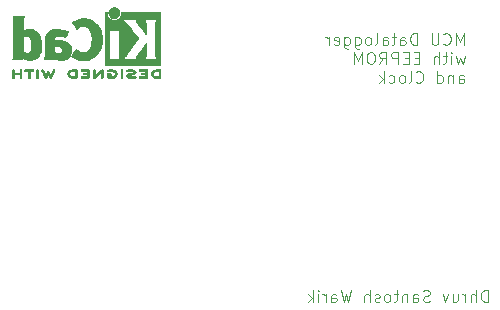
<source format=gbo>
%TF.GenerationSoftware,KiCad,Pcbnew,8.0.5*%
%TF.CreationDate,2025-01-15T00:39:03+05:30*%
%TF.ProjectId,MCU_Datalogger,4d43555f-4461-4746-916c-6f676765722e,1*%
%TF.SameCoordinates,Original*%
%TF.FileFunction,Legend,Bot*%
%TF.FilePolarity,Positive*%
%FSLAX46Y46*%
G04 Gerber Fmt 4.6, Leading zero omitted, Abs format (unit mm)*
G04 Created by KiCad (PCBNEW 8.0.5) date 2025-01-15 00:39:03*
%MOMM*%
%LPD*%
G01*
G04 APERTURE LIST*
%ADD10C,0.100000*%
%ADD11C,0.010000*%
G04 APERTURE END LIST*
D10*
X170892115Y-122046419D02*
X170892115Y-121046419D01*
X170892115Y-121046419D02*
X170654020Y-121046419D01*
X170654020Y-121046419D02*
X170511163Y-121094038D01*
X170511163Y-121094038D02*
X170415925Y-121189276D01*
X170415925Y-121189276D02*
X170368306Y-121284514D01*
X170368306Y-121284514D02*
X170320687Y-121474990D01*
X170320687Y-121474990D02*
X170320687Y-121617847D01*
X170320687Y-121617847D02*
X170368306Y-121808323D01*
X170368306Y-121808323D02*
X170415925Y-121903561D01*
X170415925Y-121903561D02*
X170511163Y-121998800D01*
X170511163Y-121998800D02*
X170654020Y-122046419D01*
X170654020Y-122046419D02*
X170892115Y-122046419D01*
X169892115Y-122046419D02*
X169892115Y-121046419D01*
X169463544Y-122046419D02*
X169463544Y-121522609D01*
X169463544Y-121522609D02*
X169511163Y-121427371D01*
X169511163Y-121427371D02*
X169606401Y-121379752D01*
X169606401Y-121379752D02*
X169749258Y-121379752D01*
X169749258Y-121379752D02*
X169844496Y-121427371D01*
X169844496Y-121427371D02*
X169892115Y-121474990D01*
X168987353Y-122046419D02*
X168987353Y-121379752D01*
X168987353Y-121570228D02*
X168939734Y-121474990D01*
X168939734Y-121474990D02*
X168892115Y-121427371D01*
X168892115Y-121427371D02*
X168796877Y-121379752D01*
X168796877Y-121379752D02*
X168701639Y-121379752D01*
X167939734Y-121379752D02*
X167939734Y-122046419D01*
X168368305Y-121379752D02*
X168368305Y-121903561D01*
X168368305Y-121903561D02*
X168320686Y-121998800D01*
X168320686Y-121998800D02*
X168225448Y-122046419D01*
X168225448Y-122046419D02*
X168082591Y-122046419D01*
X168082591Y-122046419D02*
X167987353Y-121998800D01*
X167987353Y-121998800D02*
X167939734Y-121951180D01*
X167558781Y-121379752D02*
X167320686Y-122046419D01*
X167320686Y-122046419D02*
X167082591Y-121379752D01*
X165987352Y-121998800D02*
X165844495Y-122046419D01*
X165844495Y-122046419D02*
X165606400Y-122046419D01*
X165606400Y-122046419D02*
X165511162Y-121998800D01*
X165511162Y-121998800D02*
X165463543Y-121951180D01*
X165463543Y-121951180D02*
X165415924Y-121855942D01*
X165415924Y-121855942D02*
X165415924Y-121760704D01*
X165415924Y-121760704D02*
X165463543Y-121665466D01*
X165463543Y-121665466D02*
X165511162Y-121617847D01*
X165511162Y-121617847D02*
X165606400Y-121570228D01*
X165606400Y-121570228D02*
X165796876Y-121522609D01*
X165796876Y-121522609D02*
X165892114Y-121474990D01*
X165892114Y-121474990D02*
X165939733Y-121427371D01*
X165939733Y-121427371D02*
X165987352Y-121332133D01*
X165987352Y-121332133D02*
X165987352Y-121236895D01*
X165987352Y-121236895D02*
X165939733Y-121141657D01*
X165939733Y-121141657D02*
X165892114Y-121094038D01*
X165892114Y-121094038D02*
X165796876Y-121046419D01*
X165796876Y-121046419D02*
X165558781Y-121046419D01*
X165558781Y-121046419D02*
X165415924Y-121094038D01*
X164558781Y-122046419D02*
X164558781Y-121522609D01*
X164558781Y-121522609D02*
X164606400Y-121427371D01*
X164606400Y-121427371D02*
X164701638Y-121379752D01*
X164701638Y-121379752D02*
X164892114Y-121379752D01*
X164892114Y-121379752D02*
X164987352Y-121427371D01*
X164558781Y-121998800D02*
X164654019Y-122046419D01*
X164654019Y-122046419D02*
X164892114Y-122046419D01*
X164892114Y-122046419D02*
X164987352Y-121998800D01*
X164987352Y-121998800D02*
X165034971Y-121903561D01*
X165034971Y-121903561D02*
X165034971Y-121808323D01*
X165034971Y-121808323D02*
X164987352Y-121713085D01*
X164987352Y-121713085D02*
X164892114Y-121665466D01*
X164892114Y-121665466D02*
X164654019Y-121665466D01*
X164654019Y-121665466D02*
X164558781Y-121617847D01*
X164082590Y-121379752D02*
X164082590Y-122046419D01*
X164082590Y-121474990D02*
X164034971Y-121427371D01*
X164034971Y-121427371D02*
X163939733Y-121379752D01*
X163939733Y-121379752D02*
X163796876Y-121379752D01*
X163796876Y-121379752D02*
X163701638Y-121427371D01*
X163701638Y-121427371D02*
X163654019Y-121522609D01*
X163654019Y-121522609D02*
X163654019Y-122046419D01*
X163320685Y-121379752D02*
X162939733Y-121379752D01*
X163177828Y-121046419D02*
X163177828Y-121903561D01*
X163177828Y-121903561D02*
X163130209Y-121998800D01*
X163130209Y-121998800D02*
X163034971Y-122046419D01*
X163034971Y-122046419D02*
X162939733Y-122046419D01*
X162463542Y-122046419D02*
X162558780Y-121998800D01*
X162558780Y-121998800D02*
X162606399Y-121951180D01*
X162606399Y-121951180D02*
X162654018Y-121855942D01*
X162654018Y-121855942D02*
X162654018Y-121570228D01*
X162654018Y-121570228D02*
X162606399Y-121474990D01*
X162606399Y-121474990D02*
X162558780Y-121427371D01*
X162558780Y-121427371D02*
X162463542Y-121379752D01*
X162463542Y-121379752D02*
X162320685Y-121379752D01*
X162320685Y-121379752D02*
X162225447Y-121427371D01*
X162225447Y-121427371D02*
X162177828Y-121474990D01*
X162177828Y-121474990D02*
X162130209Y-121570228D01*
X162130209Y-121570228D02*
X162130209Y-121855942D01*
X162130209Y-121855942D02*
X162177828Y-121951180D01*
X162177828Y-121951180D02*
X162225447Y-121998800D01*
X162225447Y-121998800D02*
X162320685Y-122046419D01*
X162320685Y-122046419D02*
X162463542Y-122046419D01*
X161749256Y-121998800D02*
X161654018Y-122046419D01*
X161654018Y-122046419D02*
X161463542Y-122046419D01*
X161463542Y-122046419D02*
X161368304Y-121998800D01*
X161368304Y-121998800D02*
X161320685Y-121903561D01*
X161320685Y-121903561D02*
X161320685Y-121855942D01*
X161320685Y-121855942D02*
X161368304Y-121760704D01*
X161368304Y-121760704D02*
X161463542Y-121713085D01*
X161463542Y-121713085D02*
X161606399Y-121713085D01*
X161606399Y-121713085D02*
X161701637Y-121665466D01*
X161701637Y-121665466D02*
X161749256Y-121570228D01*
X161749256Y-121570228D02*
X161749256Y-121522609D01*
X161749256Y-121522609D02*
X161701637Y-121427371D01*
X161701637Y-121427371D02*
X161606399Y-121379752D01*
X161606399Y-121379752D02*
X161463542Y-121379752D01*
X161463542Y-121379752D02*
X161368304Y-121427371D01*
X160892113Y-122046419D02*
X160892113Y-121046419D01*
X160463542Y-122046419D02*
X160463542Y-121522609D01*
X160463542Y-121522609D02*
X160511161Y-121427371D01*
X160511161Y-121427371D02*
X160606399Y-121379752D01*
X160606399Y-121379752D02*
X160749256Y-121379752D01*
X160749256Y-121379752D02*
X160844494Y-121427371D01*
X160844494Y-121427371D02*
X160892113Y-121474990D01*
X159320684Y-121046419D02*
X159082589Y-122046419D01*
X159082589Y-122046419D02*
X158892113Y-121332133D01*
X158892113Y-121332133D02*
X158701637Y-122046419D01*
X158701637Y-122046419D02*
X158463542Y-121046419D01*
X157654018Y-122046419D02*
X157654018Y-121522609D01*
X157654018Y-121522609D02*
X157701637Y-121427371D01*
X157701637Y-121427371D02*
X157796875Y-121379752D01*
X157796875Y-121379752D02*
X157987351Y-121379752D01*
X157987351Y-121379752D02*
X158082589Y-121427371D01*
X157654018Y-121998800D02*
X157749256Y-122046419D01*
X157749256Y-122046419D02*
X157987351Y-122046419D01*
X157987351Y-122046419D02*
X158082589Y-121998800D01*
X158082589Y-121998800D02*
X158130208Y-121903561D01*
X158130208Y-121903561D02*
X158130208Y-121808323D01*
X158130208Y-121808323D02*
X158082589Y-121713085D01*
X158082589Y-121713085D02*
X157987351Y-121665466D01*
X157987351Y-121665466D02*
X157749256Y-121665466D01*
X157749256Y-121665466D02*
X157654018Y-121617847D01*
X157177827Y-122046419D02*
X157177827Y-121379752D01*
X157177827Y-121570228D02*
X157130208Y-121474990D01*
X157130208Y-121474990D02*
X157082589Y-121427371D01*
X157082589Y-121427371D02*
X156987351Y-121379752D01*
X156987351Y-121379752D02*
X156892113Y-121379752D01*
X156558779Y-122046419D02*
X156558779Y-121379752D01*
X156558779Y-121046419D02*
X156606398Y-121094038D01*
X156606398Y-121094038D02*
X156558779Y-121141657D01*
X156558779Y-121141657D02*
X156511160Y-121094038D01*
X156511160Y-121094038D02*
X156558779Y-121046419D01*
X156558779Y-121046419D02*
X156558779Y-121141657D01*
X156082589Y-122046419D02*
X156082589Y-121046419D01*
X155987351Y-121665466D02*
X155701637Y-122046419D01*
X155701637Y-121379752D02*
X156082589Y-121760704D01*
X168860115Y-100284531D02*
X168860115Y-99284531D01*
X168860115Y-99284531D02*
X168526782Y-99998816D01*
X168526782Y-99998816D02*
X168193449Y-99284531D01*
X168193449Y-99284531D02*
X168193449Y-100284531D01*
X167145830Y-100189292D02*
X167193449Y-100236912D01*
X167193449Y-100236912D02*
X167336306Y-100284531D01*
X167336306Y-100284531D02*
X167431544Y-100284531D01*
X167431544Y-100284531D02*
X167574401Y-100236912D01*
X167574401Y-100236912D02*
X167669639Y-100141673D01*
X167669639Y-100141673D02*
X167717258Y-100046435D01*
X167717258Y-100046435D02*
X167764877Y-99855959D01*
X167764877Y-99855959D02*
X167764877Y-99713102D01*
X167764877Y-99713102D02*
X167717258Y-99522626D01*
X167717258Y-99522626D02*
X167669639Y-99427388D01*
X167669639Y-99427388D02*
X167574401Y-99332150D01*
X167574401Y-99332150D02*
X167431544Y-99284531D01*
X167431544Y-99284531D02*
X167336306Y-99284531D01*
X167336306Y-99284531D02*
X167193449Y-99332150D01*
X167193449Y-99332150D02*
X167145830Y-99379769D01*
X166717258Y-99284531D02*
X166717258Y-100094054D01*
X166717258Y-100094054D02*
X166669639Y-100189292D01*
X166669639Y-100189292D02*
X166622020Y-100236912D01*
X166622020Y-100236912D02*
X166526782Y-100284531D01*
X166526782Y-100284531D02*
X166336306Y-100284531D01*
X166336306Y-100284531D02*
X166241068Y-100236912D01*
X166241068Y-100236912D02*
X166193449Y-100189292D01*
X166193449Y-100189292D02*
X166145830Y-100094054D01*
X166145830Y-100094054D02*
X166145830Y-99284531D01*
X164907734Y-100284531D02*
X164907734Y-99284531D01*
X164907734Y-99284531D02*
X164669639Y-99284531D01*
X164669639Y-99284531D02*
X164526782Y-99332150D01*
X164526782Y-99332150D02*
X164431544Y-99427388D01*
X164431544Y-99427388D02*
X164383925Y-99522626D01*
X164383925Y-99522626D02*
X164336306Y-99713102D01*
X164336306Y-99713102D02*
X164336306Y-99855959D01*
X164336306Y-99855959D02*
X164383925Y-100046435D01*
X164383925Y-100046435D02*
X164431544Y-100141673D01*
X164431544Y-100141673D02*
X164526782Y-100236912D01*
X164526782Y-100236912D02*
X164669639Y-100284531D01*
X164669639Y-100284531D02*
X164907734Y-100284531D01*
X163479163Y-100284531D02*
X163479163Y-99760721D01*
X163479163Y-99760721D02*
X163526782Y-99665483D01*
X163526782Y-99665483D02*
X163622020Y-99617864D01*
X163622020Y-99617864D02*
X163812496Y-99617864D01*
X163812496Y-99617864D02*
X163907734Y-99665483D01*
X163479163Y-100236912D02*
X163574401Y-100284531D01*
X163574401Y-100284531D02*
X163812496Y-100284531D01*
X163812496Y-100284531D02*
X163907734Y-100236912D01*
X163907734Y-100236912D02*
X163955353Y-100141673D01*
X163955353Y-100141673D02*
X163955353Y-100046435D01*
X163955353Y-100046435D02*
X163907734Y-99951197D01*
X163907734Y-99951197D02*
X163812496Y-99903578D01*
X163812496Y-99903578D02*
X163574401Y-99903578D01*
X163574401Y-99903578D02*
X163479163Y-99855959D01*
X163145829Y-99617864D02*
X162764877Y-99617864D01*
X163002972Y-99284531D02*
X163002972Y-100141673D01*
X163002972Y-100141673D02*
X162955353Y-100236912D01*
X162955353Y-100236912D02*
X162860115Y-100284531D01*
X162860115Y-100284531D02*
X162764877Y-100284531D01*
X162002972Y-100284531D02*
X162002972Y-99760721D01*
X162002972Y-99760721D02*
X162050591Y-99665483D01*
X162050591Y-99665483D02*
X162145829Y-99617864D01*
X162145829Y-99617864D02*
X162336305Y-99617864D01*
X162336305Y-99617864D02*
X162431543Y-99665483D01*
X162002972Y-100236912D02*
X162098210Y-100284531D01*
X162098210Y-100284531D02*
X162336305Y-100284531D01*
X162336305Y-100284531D02*
X162431543Y-100236912D01*
X162431543Y-100236912D02*
X162479162Y-100141673D01*
X162479162Y-100141673D02*
X162479162Y-100046435D01*
X162479162Y-100046435D02*
X162431543Y-99951197D01*
X162431543Y-99951197D02*
X162336305Y-99903578D01*
X162336305Y-99903578D02*
X162098210Y-99903578D01*
X162098210Y-99903578D02*
X162002972Y-99855959D01*
X161383924Y-100284531D02*
X161479162Y-100236912D01*
X161479162Y-100236912D02*
X161526781Y-100141673D01*
X161526781Y-100141673D02*
X161526781Y-99284531D01*
X160860114Y-100284531D02*
X160955352Y-100236912D01*
X160955352Y-100236912D02*
X161002971Y-100189292D01*
X161002971Y-100189292D02*
X161050590Y-100094054D01*
X161050590Y-100094054D02*
X161050590Y-99808340D01*
X161050590Y-99808340D02*
X161002971Y-99713102D01*
X161002971Y-99713102D02*
X160955352Y-99665483D01*
X160955352Y-99665483D02*
X160860114Y-99617864D01*
X160860114Y-99617864D02*
X160717257Y-99617864D01*
X160717257Y-99617864D02*
X160622019Y-99665483D01*
X160622019Y-99665483D02*
X160574400Y-99713102D01*
X160574400Y-99713102D02*
X160526781Y-99808340D01*
X160526781Y-99808340D02*
X160526781Y-100094054D01*
X160526781Y-100094054D02*
X160574400Y-100189292D01*
X160574400Y-100189292D02*
X160622019Y-100236912D01*
X160622019Y-100236912D02*
X160717257Y-100284531D01*
X160717257Y-100284531D02*
X160860114Y-100284531D01*
X159669638Y-99617864D02*
X159669638Y-100427388D01*
X159669638Y-100427388D02*
X159717257Y-100522626D01*
X159717257Y-100522626D02*
X159764876Y-100570245D01*
X159764876Y-100570245D02*
X159860114Y-100617864D01*
X159860114Y-100617864D02*
X160002971Y-100617864D01*
X160002971Y-100617864D02*
X160098209Y-100570245D01*
X159669638Y-100236912D02*
X159764876Y-100284531D01*
X159764876Y-100284531D02*
X159955352Y-100284531D01*
X159955352Y-100284531D02*
X160050590Y-100236912D01*
X160050590Y-100236912D02*
X160098209Y-100189292D01*
X160098209Y-100189292D02*
X160145828Y-100094054D01*
X160145828Y-100094054D02*
X160145828Y-99808340D01*
X160145828Y-99808340D02*
X160098209Y-99713102D01*
X160098209Y-99713102D02*
X160050590Y-99665483D01*
X160050590Y-99665483D02*
X159955352Y-99617864D01*
X159955352Y-99617864D02*
X159764876Y-99617864D01*
X159764876Y-99617864D02*
X159669638Y-99665483D01*
X158764876Y-99617864D02*
X158764876Y-100427388D01*
X158764876Y-100427388D02*
X158812495Y-100522626D01*
X158812495Y-100522626D02*
X158860114Y-100570245D01*
X158860114Y-100570245D02*
X158955352Y-100617864D01*
X158955352Y-100617864D02*
X159098209Y-100617864D01*
X159098209Y-100617864D02*
X159193447Y-100570245D01*
X158764876Y-100236912D02*
X158860114Y-100284531D01*
X158860114Y-100284531D02*
X159050590Y-100284531D01*
X159050590Y-100284531D02*
X159145828Y-100236912D01*
X159145828Y-100236912D02*
X159193447Y-100189292D01*
X159193447Y-100189292D02*
X159241066Y-100094054D01*
X159241066Y-100094054D02*
X159241066Y-99808340D01*
X159241066Y-99808340D02*
X159193447Y-99713102D01*
X159193447Y-99713102D02*
X159145828Y-99665483D01*
X159145828Y-99665483D02*
X159050590Y-99617864D01*
X159050590Y-99617864D02*
X158860114Y-99617864D01*
X158860114Y-99617864D02*
X158764876Y-99665483D01*
X157907733Y-100236912D02*
X158002971Y-100284531D01*
X158002971Y-100284531D02*
X158193447Y-100284531D01*
X158193447Y-100284531D02*
X158288685Y-100236912D01*
X158288685Y-100236912D02*
X158336304Y-100141673D01*
X158336304Y-100141673D02*
X158336304Y-99760721D01*
X158336304Y-99760721D02*
X158288685Y-99665483D01*
X158288685Y-99665483D02*
X158193447Y-99617864D01*
X158193447Y-99617864D02*
X158002971Y-99617864D01*
X158002971Y-99617864D02*
X157907733Y-99665483D01*
X157907733Y-99665483D02*
X157860114Y-99760721D01*
X157860114Y-99760721D02*
X157860114Y-99855959D01*
X157860114Y-99855959D02*
X158336304Y-99951197D01*
X157431542Y-100284531D02*
X157431542Y-99617864D01*
X157431542Y-99808340D02*
X157383923Y-99713102D01*
X157383923Y-99713102D02*
X157336304Y-99665483D01*
X157336304Y-99665483D02*
X157241066Y-99617864D01*
X157241066Y-99617864D02*
X157145828Y-99617864D01*
X168955353Y-101227808D02*
X168764877Y-101894475D01*
X168764877Y-101894475D02*
X168574401Y-101418284D01*
X168574401Y-101418284D02*
X168383925Y-101894475D01*
X168383925Y-101894475D02*
X168193449Y-101227808D01*
X167812496Y-101894475D02*
X167812496Y-101227808D01*
X167812496Y-100894475D02*
X167860115Y-100942094D01*
X167860115Y-100942094D02*
X167812496Y-100989713D01*
X167812496Y-100989713D02*
X167764877Y-100942094D01*
X167764877Y-100942094D02*
X167812496Y-100894475D01*
X167812496Y-100894475D02*
X167812496Y-100989713D01*
X167479163Y-101227808D02*
X167098211Y-101227808D01*
X167336306Y-100894475D02*
X167336306Y-101751617D01*
X167336306Y-101751617D02*
X167288687Y-101846856D01*
X167288687Y-101846856D02*
X167193449Y-101894475D01*
X167193449Y-101894475D02*
X167098211Y-101894475D01*
X166764877Y-101894475D02*
X166764877Y-100894475D01*
X166336306Y-101894475D02*
X166336306Y-101370665D01*
X166336306Y-101370665D02*
X166383925Y-101275427D01*
X166383925Y-101275427D02*
X166479163Y-101227808D01*
X166479163Y-101227808D02*
X166622020Y-101227808D01*
X166622020Y-101227808D02*
X166717258Y-101275427D01*
X166717258Y-101275427D02*
X166764877Y-101323046D01*
X165098210Y-101370665D02*
X164764877Y-101370665D01*
X164622020Y-101894475D02*
X165098210Y-101894475D01*
X165098210Y-101894475D02*
X165098210Y-100894475D01*
X165098210Y-100894475D02*
X164622020Y-100894475D01*
X164193448Y-101370665D02*
X163860115Y-101370665D01*
X163717258Y-101894475D02*
X164193448Y-101894475D01*
X164193448Y-101894475D02*
X164193448Y-100894475D01*
X164193448Y-100894475D02*
X163717258Y-100894475D01*
X163288686Y-101894475D02*
X163288686Y-100894475D01*
X163288686Y-100894475D02*
X162907734Y-100894475D01*
X162907734Y-100894475D02*
X162812496Y-100942094D01*
X162812496Y-100942094D02*
X162764877Y-100989713D01*
X162764877Y-100989713D02*
X162717258Y-101084951D01*
X162717258Y-101084951D02*
X162717258Y-101227808D01*
X162717258Y-101227808D02*
X162764877Y-101323046D01*
X162764877Y-101323046D02*
X162812496Y-101370665D01*
X162812496Y-101370665D02*
X162907734Y-101418284D01*
X162907734Y-101418284D02*
X163288686Y-101418284D01*
X161717258Y-101894475D02*
X162050591Y-101418284D01*
X162288686Y-101894475D02*
X162288686Y-100894475D01*
X162288686Y-100894475D02*
X161907734Y-100894475D01*
X161907734Y-100894475D02*
X161812496Y-100942094D01*
X161812496Y-100942094D02*
X161764877Y-100989713D01*
X161764877Y-100989713D02*
X161717258Y-101084951D01*
X161717258Y-101084951D02*
X161717258Y-101227808D01*
X161717258Y-101227808D02*
X161764877Y-101323046D01*
X161764877Y-101323046D02*
X161812496Y-101370665D01*
X161812496Y-101370665D02*
X161907734Y-101418284D01*
X161907734Y-101418284D02*
X162288686Y-101418284D01*
X161098210Y-100894475D02*
X160907734Y-100894475D01*
X160907734Y-100894475D02*
X160812496Y-100942094D01*
X160812496Y-100942094D02*
X160717258Y-101037332D01*
X160717258Y-101037332D02*
X160669639Y-101227808D01*
X160669639Y-101227808D02*
X160669639Y-101561141D01*
X160669639Y-101561141D02*
X160717258Y-101751617D01*
X160717258Y-101751617D02*
X160812496Y-101846856D01*
X160812496Y-101846856D02*
X160907734Y-101894475D01*
X160907734Y-101894475D02*
X161098210Y-101894475D01*
X161098210Y-101894475D02*
X161193448Y-101846856D01*
X161193448Y-101846856D02*
X161288686Y-101751617D01*
X161288686Y-101751617D02*
X161336305Y-101561141D01*
X161336305Y-101561141D02*
X161336305Y-101227808D01*
X161336305Y-101227808D02*
X161288686Y-101037332D01*
X161288686Y-101037332D02*
X161193448Y-100942094D01*
X161193448Y-100942094D02*
X161098210Y-100894475D01*
X160241067Y-101894475D02*
X160241067Y-100894475D01*
X160241067Y-100894475D02*
X159907734Y-101608760D01*
X159907734Y-101608760D02*
X159574401Y-100894475D01*
X159574401Y-100894475D02*
X159574401Y-101894475D01*
X168431544Y-103504419D02*
X168431544Y-102980609D01*
X168431544Y-102980609D02*
X168479163Y-102885371D01*
X168479163Y-102885371D02*
X168574401Y-102837752D01*
X168574401Y-102837752D02*
X168764877Y-102837752D01*
X168764877Y-102837752D02*
X168860115Y-102885371D01*
X168431544Y-103456800D02*
X168526782Y-103504419D01*
X168526782Y-103504419D02*
X168764877Y-103504419D01*
X168764877Y-103504419D02*
X168860115Y-103456800D01*
X168860115Y-103456800D02*
X168907734Y-103361561D01*
X168907734Y-103361561D02*
X168907734Y-103266323D01*
X168907734Y-103266323D02*
X168860115Y-103171085D01*
X168860115Y-103171085D02*
X168764877Y-103123466D01*
X168764877Y-103123466D02*
X168526782Y-103123466D01*
X168526782Y-103123466D02*
X168431544Y-103075847D01*
X167955353Y-102837752D02*
X167955353Y-103504419D01*
X167955353Y-102932990D02*
X167907734Y-102885371D01*
X167907734Y-102885371D02*
X167812496Y-102837752D01*
X167812496Y-102837752D02*
X167669639Y-102837752D01*
X167669639Y-102837752D02*
X167574401Y-102885371D01*
X167574401Y-102885371D02*
X167526782Y-102980609D01*
X167526782Y-102980609D02*
X167526782Y-103504419D01*
X166622020Y-103504419D02*
X166622020Y-102504419D01*
X166622020Y-103456800D02*
X166717258Y-103504419D01*
X166717258Y-103504419D02*
X166907734Y-103504419D01*
X166907734Y-103504419D02*
X167002972Y-103456800D01*
X167002972Y-103456800D02*
X167050591Y-103409180D01*
X167050591Y-103409180D02*
X167098210Y-103313942D01*
X167098210Y-103313942D02*
X167098210Y-103028228D01*
X167098210Y-103028228D02*
X167050591Y-102932990D01*
X167050591Y-102932990D02*
X167002972Y-102885371D01*
X167002972Y-102885371D02*
X166907734Y-102837752D01*
X166907734Y-102837752D02*
X166717258Y-102837752D01*
X166717258Y-102837752D02*
X166622020Y-102885371D01*
X164812496Y-103409180D02*
X164860115Y-103456800D01*
X164860115Y-103456800D02*
X165002972Y-103504419D01*
X165002972Y-103504419D02*
X165098210Y-103504419D01*
X165098210Y-103504419D02*
X165241067Y-103456800D01*
X165241067Y-103456800D02*
X165336305Y-103361561D01*
X165336305Y-103361561D02*
X165383924Y-103266323D01*
X165383924Y-103266323D02*
X165431543Y-103075847D01*
X165431543Y-103075847D02*
X165431543Y-102932990D01*
X165431543Y-102932990D02*
X165383924Y-102742514D01*
X165383924Y-102742514D02*
X165336305Y-102647276D01*
X165336305Y-102647276D02*
X165241067Y-102552038D01*
X165241067Y-102552038D02*
X165098210Y-102504419D01*
X165098210Y-102504419D02*
X165002972Y-102504419D01*
X165002972Y-102504419D02*
X164860115Y-102552038D01*
X164860115Y-102552038D02*
X164812496Y-102599657D01*
X164241067Y-103504419D02*
X164336305Y-103456800D01*
X164336305Y-103456800D02*
X164383924Y-103361561D01*
X164383924Y-103361561D02*
X164383924Y-102504419D01*
X163717257Y-103504419D02*
X163812495Y-103456800D01*
X163812495Y-103456800D02*
X163860114Y-103409180D01*
X163860114Y-103409180D02*
X163907733Y-103313942D01*
X163907733Y-103313942D02*
X163907733Y-103028228D01*
X163907733Y-103028228D02*
X163860114Y-102932990D01*
X163860114Y-102932990D02*
X163812495Y-102885371D01*
X163812495Y-102885371D02*
X163717257Y-102837752D01*
X163717257Y-102837752D02*
X163574400Y-102837752D01*
X163574400Y-102837752D02*
X163479162Y-102885371D01*
X163479162Y-102885371D02*
X163431543Y-102932990D01*
X163431543Y-102932990D02*
X163383924Y-103028228D01*
X163383924Y-103028228D02*
X163383924Y-103313942D01*
X163383924Y-103313942D02*
X163431543Y-103409180D01*
X163431543Y-103409180D02*
X163479162Y-103456800D01*
X163479162Y-103456800D02*
X163574400Y-103504419D01*
X163574400Y-103504419D02*
X163717257Y-103504419D01*
X162526781Y-103456800D02*
X162622019Y-103504419D01*
X162622019Y-103504419D02*
X162812495Y-103504419D01*
X162812495Y-103504419D02*
X162907733Y-103456800D01*
X162907733Y-103456800D02*
X162955352Y-103409180D01*
X162955352Y-103409180D02*
X163002971Y-103313942D01*
X163002971Y-103313942D02*
X163002971Y-103028228D01*
X163002971Y-103028228D02*
X162955352Y-102932990D01*
X162955352Y-102932990D02*
X162907733Y-102885371D01*
X162907733Y-102885371D02*
X162812495Y-102837752D01*
X162812495Y-102837752D02*
X162622019Y-102837752D01*
X162622019Y-102837752D02*
X162526781Y-102885371D01*
X162098209Y-103504419D02*
X162098209Y-102504419D01*
X162002971Y-103123466D02*
X161717257Y-103504419D01*
X161717257Y-102837752D02*
X162098209Y-103218704D01*
D11*
%TO.C,REF\u002A\u002A*%
X132761406Y-102350949D02*
X132787127Y-102366647D01*
X132813778Y-102388227D01*
X132813778Y-103035684D01*
X132787127Y-103057264D01*
X132755767Y-103074739D01*
X132719966Y-103075575D01*
X132688528Y-103055082D01*
X132684652Y-103050416D01*
X132679186Y-103040949D01*
X132674979Y-103027267D01*
X132671867Y-103006748D01*
X132669687Y-102976768D01*
X132668276Y-102934704D01*
X132667471Y-102877932D01*
X132667107Y-102803830D01*
X132667022Y-102709773D01*
X132667022Y-102388227D01*
X132693673Y-102366647D01*
X132717386Y-102351877D01*
X132740400Y-102345067D01*
X132761406Y-102350949D01*
G36*
X132761406Y-102350949D02*
G01*
X132787127Y-102366647D01*
X132813778Y-102388227D01*
X132813778Y-103035684D01*
X132787127Y-103057264D01*
X132755767Y-103074739D01*
X132719966Y-103075575D01*
X132688528Y-103055082D01*
X132684652Y-103050416D01*
X132679186Y-103040949D01*
X132674979Y-103027267D01*
X132671867Y-103006748D01*
X132669687Y-102976768D01*
X132668276Y-102934704D01*
X132667471Y-102877932D01*
X132667107Y-102803830D01*
X132667022Y-102709773D01*
X132667022Y-102388227D01*
X132693673Y-102366647D01*
X132717386Y-102351877D01*
X132740400Y-102345067D01*
X132761406Y-102350949D01*
G37*
X139892137Y-102349463D02*
X139926291Y-102372776D01*
X139954000Y-102400485D01*
X139954000Y-102713537D01*
X139953959Y-102797567D01*
X139953701Y-102871789D01*
X139953030Y-102928541D01*
X139951752Y-102970512D01*
X139949673Y-103000389D01*
X139946599Y-103020861D01*
X139942334Y-103034614D01*
X139936684Y-103044337D01*
X139929455Y-103052717D01*
X139897991Y-103074181D01*
X139862826Y-103075947D01*
X139829822Y-103056267D01*
X139824516Y-103050398D01*
X139819066Y-103041314D01*
X139814900Y-103027973D01*
X139811846Y-103007757D01*
X139809732Y-102978049D01*
X139808386Y-102936232D01*
X139807638Y-102879689D01*
X139807314Y-102805802D01*
X139807245Y-102711956D01*
X139807284Y-102636294D01*
X139807539Y-102558385D01*
X139808183Y-102498375D01*
X139809387Y-102453648D01*
X139811324Y-102421585D01*
X139814164Y-102399571D01*
X139818079Y-102384987D01*
X139823242Y-102375218D01*
X139829822Y-102367645D01*
X139859006Y-102348623D01*
X139892137Y-102349463D01*
G36*
X139892137Y-102349463D02*
G01*
X139926291Y-102372776D01*
X139954000Y-102400485D01*
X139954000Y-102713537D01*
X139953959Y-102797567D01*
X139953701Y-102871789D01*
X139953030Y-102928541D01*
X139951752Y-102970512D01*
X139949673Y-103000389D01*
X139946599Y-103020861D01*
X139942334Y-103034614D01*
X139936684Y-103044337D01*
X139929455Y-103052717D01*
X139897991Y-103074181D01*
X139862826Y-103075947D01*
X139829822Y-103056267D01*
X139824516Y-103050398D01*
X139819066Y-103041314D01*
X139814900Y-103027973D01*
X139811846Y-103007757D01*
X139809732Y-102978049D01*
X139808386Y-102936232D01*
X139807638Y-102879689D01*
X139807314Y-102805802D01*
X139807245Y-102711956D01*
X139807284Y-102636294D01*
X139807539Y-102558385D01*
X139808183Y-102498375D01*
X139809387Y-102453648D01*
X139811324Y-102421585D01*
X139814164Y-102399571D01*
X139818079Y-102384987D01*
X139823242Y-102375218D01*
X139829822Y-102367645D01*
X139859006Y-102348623D01*
X139892137Y-102349463D01*
G37*
X139360562Y-97108850D02*
X139443313Y-97136053D01*
X139518406Y-97181484D01*
X139590298Y-97247302D01*
X139628846Y-97291567D01*
X139668256Y-97349961D01*
X139693446Y-97410586D01*
X139706861Y-97479865D01*
X139710948Y-97564222D01*
X139710669Y-97610307D01*
X139708460Y-97651450D01*
X139702894Y-97683582D01*
X139692586Y-97714122D01*
X139676148Y-97750489D01*
X139662200Y-97777728D01*
X139603665Y-97863429D01*
X139531619Y-97932617D01*
X139447947Y-97983741D01*
X139354531Y-98015250D01*
X139321434Y-98022225D01*
X139280960Y-98029094D01*
X139247999Y-98030919D01*
X139213698Y-98027947D01*
X139169200Y-98020426D01*
X139117934Y-98008002D01*
X139027434Y-97970112D01*
X138948345Y-97915836D01*
X138882528Y-97847770D01*
X138831840Y-97768511D01*
X138798140Y-97680654D01*
X138783286Y-97586795D01*
X138789136Y-97489530D01*
X138815399Y-97393220D01*
X138860418Y-97304494D01*
X138921373Y-97229419D01*
X138996184Y-97169641D01*
X139082768Y-97126809D01*
X139179043Y-97102571D01*
X139282928Y-97098576D01*
X139360562Y-97108850D01*
G36*
X139360562Y-97108850D02*
G01*
X139443313Y-97136053D01*
X139518406Y-97181484D01*
X139590298Y-97247302D01*
X139628846Y-97291567D01*
X139668256Y-97349961D01*
X139693446Y-97410586D01*
X139706861Y-97479865D01*
X139710948Y-97564222D01*
X139710669Y-97610307D01*
X139708460Y-97651450D01*
X139702894Y-97683582D01*
X139692586Y-97714122D01*
X139676148Y-97750489D01*
X139662200Y-97777728D01*
X139603665Y-97863429D01*
X139531619Y-97932617D01*
X139447947Y-97983741D01*
X139354531Y-98015250D01*
X139321434Y-98022225D01*
X139280960Y-98029094D01*
X139247999Y-98030919D01*
X139213698Y-98027947D01*
X139169200Y-98020426D01*
X139117934Y-98008002D01*
X139027434Y-97970112D01*
X138948345Y-97915836D01*
X138882528Y-97847770D01*
X138831840Y-97768511D01*
X138798140Y-97680654D01*
X138783286Y-97586795D01*
X138789136Y-97489530D01*
X138815399Y-97393220D01*
X138860418Y-97304494D01*
X138921373Y-97229419D01*
X138996184Y-97169641D01*
X139082768Y-97126809D01*
X139179043Y-97102571D01*
X139282928Y-97098576D01*
X139360562Y-97108850D01*
G37*
X132061767Y-102345068D02*
X132155890Y-102345158D01*
X132230405Y-102345498D01*
X132287811Y-102346239D01*
X132330611Y-102347535D01*
X132361304Y-102349537D01*
X132382391Y-102352396D01*
X132396373Y-102356266D01*
X132405750Y-102361298D01*
X132413022Y-102367645D01*
X132431828Y-102400362D01*
X132433275Y-102437939D01*
X132416917Y-102471178D01*
X132415557Y-102472631D01*
X132404354Y-102480992D01*
X132387252Y-102486547D01*
X132360082Y-102489840D01*
X132318678Y-102491418D01*
X132258873Y-102491822D01*
X132119511Y-102491822D01*
X132119511Y-102755589D01*
X132119436Y-102831417D01*
X132119028Y-102898083D01*
X132118046Y-102947867D01*
X132116250Y-102983784D01*
X132113399Y-103008850D01*
X132109253Y-103026081D01*
X132103571Y-103038492D01*
X132096114Y-103049100D01*
X132093824Y-103051906D01*
X132062646Y-103074548D01*
X132028266Y-103076112D01*
X131995334Y-103056267D01*
X131988355Y-103048191D01*
X131982883Y-103037593D01*
X131978863Y-103021749D01*
X131976072Y-102997773D01*
X131974288Y-102962774D01*
X131973289Y-102913864D01*
X131972852Y-102848154D01*
X131972756Y-102762756D01*
X131972756Y-102491822D01*
X131826820Y-102491822D01*
X131815720Y-102491821D01*
X131759202Y-102491596D01*
X131720358Y-102490457D01*
X131694965Y-102487657D01*
X131678804Y-102482450D01*
X131667652Y-102474089D01*
X131657289Y-102461826D01*
X131641441Y-102431138D01*
X131644543Y-102397358D01*
X131670187Y-102364822D01*
X131675129Y-102361105D01*
X131685338Y-102356269D01*
X131700764Y-102352506D01*
X131723886Y-102349683D01*
X131757183Y-102347670D01*
X131803137Y-102346333D01*
X131864228Y-102345542D01*
X131942935Y-102345163D01*
X132041740Y-102345067D01*
X132061767Y-102345068D01*
G36*
X132061767Y-102345068D02*
G01*
X132155890Y-102345158D01*
X132230405Y-102345498D01*
X132287811Y-102346239D01*
X132330611Y-102347535D01*
X132361304Y-102349537D01*
X132382391Y-102352396D01*
X132396373Y-102356266D01*
X132405750Y-102361298D01*
X132413022Y-102367645D01*
X132431828Y-102400362D01*
X132433275Y-102437939D01*
X132416917Y-102471178D01*
X132415557Y-102472631D01*
X132404354Y-102480992D01*
X132387252Y-102486547D01*
X132360082Y-102489840D01*
X132318678Y-102491418D01*
X132258873Y-102491822D01*
X132119511Y-102491822D01*
X132119511Y-102755589D01*
X132119436Y-102831417D01*
X132119028Y-102898083D01*
X132118046Y-102947867D01*
X132116250Y-102983784D01*
X132113399Y-103008850D01*
X132109253Y-103026081D01*
X132103571Y-103038492D01*
X132096114Y-103049100D01*
X132093824Y-103051906D01*
X132062646Y-103074548D01*
X132028266Y-103076112D01*
X131995334Y-103056267D01*
X131988355Y-103048191D01*
X131982883Y-103037593D01*
X131978863Y-103021749D01*
X131976072Y-102997773D01*
X131974288Y-102962774D01*
X131973289Y-102913864D01*
X131972852Y-102848154D01*
X131972756Y-102762756D01*
X131972756Y-102491822D01*
X131826820Y-102491822D01*
X131815720Y-102491821D01*
X131759202Y-102491596D01*
X131720358Y-102490457D01*
X131694965Y-102487657D01*
X131678804Y-102482450D01*
X131667652Y-102474089D01*
X131657289Y-102461826D01*
X131641441Y-102431138D01*
X131644543Y-102397358D01*
X131670187Y-102364822D01*
X131675129Y-102361105D01*
X131685338Y-102356269D01*
X131700764Y-102352506D01*
X131723886Y-102349683D01*
X131757183Y-102347670D01*
X131803137Y-102346333D01*
X131864228Y-102345542D01*
X131942935Y-102345163D01*
X132041740Y-102345067D01*
X132061767Y-102345068D01*
G37*
X131385734Y-102367645D02*
X131391366Y-102373835D01*
X131396456Y-102382041D01*
X131400543Y-102393817D01*
X131403721Y-102411276D01*
X131406087Y-102436530D01*
X131407738Y-102471690D01*
X131408769Y-102518869D01*
X131409277Y-102580177D01*
X131409359Y-102657727D01*
X131409109Y-102753631D01*
X131408625Y-102870000D01*
X131408557Y-102884175D01*
X131407971Y-102945937D01*
X131406648Y-102989620D01*
X131404103Y-103019001D01*
X131399848Y-103037855D01*
X131393396Y-103049959D01*
X131384262Y-103059089D01*
X131350804Y-103076506D01*
X131315856Y-103073604D01*
X131284953Y-103049100D01*
X131275944Y-103035897D01*
X131268492Y-103017361D01*
X131264124Y-102991333D01*
X131262069Y-102952787D01*
X131261556Y-102896700D01*
X131261556Y-102774045D01*
X130764845Y-102774045D01*
X130764845Y-102908871D01*
X130764772Y-102944662D01*
X130764009Y-102990992D01*
X130761833Y-103021526D01*
X130757536Y-103040557D01*
X130750412Y-103052374D01*
X130739755Y-103061271D01*
X130707504Y-103076341D01*
X130672217Y-103073673D01*
X130641486Y-103049100D01*
X130636831Y-103042845D01*
X130630895Y-103032321D01*
X130626364Y-103018391D01*
X130623048Y-102998317D01*
X130620759Y-102969360D01*
X130619308Y-102928780D01*
X130618505Y-102873840D01*
X130618162Y-102801799D01*
X130618089Y-102709920D01*
X130618089Y-102400485D01*
X130645798Y-102372776D01*
X130677177Y-102350533D01*
X130710406Y-102347844D01*
X130742267Y-102367645D01*
X130750553Y-102377415D01*
X130757965Y-102393307D01*
X130762302Y-102417275D01*
X130764338Y-102454148D01*
X130764845Y-102508756D01*
X130764845Y-102627289D01*
X131261556Y-102627289D01*
X131261556Y-102511776D01*
X131261994Y-102460078D01*
X131263958Y-102425554D01*
X131268474Y-102402978D01*
X131276567Y-102387126D01*
X131289265Y-102372776D01*
X131320643Y-102350533D01*
X131353872Y-102347844D01*
X131385734Y-102367645D01*
G36*
X131385734Y-102367645D02*
G01*
X131391366Y-102373835D01*
X131396456Y-102382041D01*
X131400543Y-102393817D01*
X131403721Y-102411276D01*
X131406087Y-102436530D01*
X131407738Y-102471690D01*
X131408769Y-102518869D01*
X131409277Y-102580177D01*
X131409359Y-102657727D01*
X131409109Y-102753631D01*
X131408625Y-102870000D01*
X131408557Y-102884175D01*
X131407971Y-102945937D01*
X131406648Y-102989620D01*
X131404103Y-103019001D01*
X131399848Y-103037855D01*
X131393396Y-103049959D01*
X131384262Y-103059089D01*
X131350804Y-103076506D01*
X131315856Y-103073604D01*
X131284953Y-103049100D01*
X131275944Y-103035897D01*
X131268492Y-103017361D01*
X131264124Y-102991333D01*
X131262069Y-102952787D01*
X131261556Y-102896700D01*
X131261556Y-102774045D01*
X130764845Y-102774045D01*
X130764845Y-102908871D01*
X130764772Y-102944662D01*
X130764009Y-102990992D01*
X130761833Y-103021526D01*
X130757536Y-103040557D01*
X130750412Y-103052374D01*
X130739755Y-103061271D01*
X130707504Y-103076341D01*
X130672217Y-103073673D01*
X130641486Y-103049100D01*
X130636831Y-103042845D01*
X130630895Y-103032321D01*
X130626364Y-103018391D01*
X130623048Y-102998317D01*
X130620759Y-102969360D01*
X130619308Y-102928780D01*
X130618505Y-102873840D01*
X130618162Y-102801799D01*
X130618089Y-102709920D01*
X130618089Y-102400485D01*
X130645798Y-102372776D01*
X130677177Y-102350533D01*
X130710406Y-102347844D01*
X130742267Y-102367645D01*
X130750553Y-102377415D01*
X130757965Y-102393307D01*
X130762302Y-102417275D01*
X130764338Y-102454148D01*
X130764845Y-102508756D01*
X130764845Y-102627289D01*
X131261556Y-102627289D01*
X131261556Y-102511776D01*
X131261994Y-102460078D01*
X131263958Y-102425554D01*
X131268474Y-102402978D01*
X131276567Y-102387126D01*
X131289265Y-102372776D01*
X131320643Y-102350533D01*
X131353872Y-102347844D01*
X131385734Y-102367645D01*
G37*
X136091133Y-102956396D02*
X136089163Y-102989175D01*
X136086235Y-103012095D01*
X136082158Y-103027897D01*
X136076743Y-103039319D01*
X136069803Y-103049100D01*
X136046406Y-103078845D01*
X135880714Y-103078251D01*
X135845918Y-103077953D01*
X135747435Y-103074522D01*
X135666473Y-103066839D01*
X135599379Y-103054282D01*
X135542496Y-103036227D01*
X135492169Y-103012052D01*
X135488810Y-103010135D01*
X135430998Y-102973417D01*
X135388644Y-102936451D01*
X135355828Y-102892966D01*
X135326628Y-102836689D01*
X135322346Y-102827073D01*
X135299769Y-102763887D01*
X135294034Y-102718333D01*
X135443279Y-102718333D01*
X135448892Y-102743061D01*
X135454618Y-102758939D01*
X135487548Y-102818847D01*
X135534886Y-102864600D01*
X135598652Y-102897736D01*
X135680861Y-102919790D01*
X135683655Y-102920292D01*
X135729940Y-102926255D01*
X135786336Y-102930483D01*
X135841274Y-102932089D01*
X135935156Y-102932089D01*
X135935156Y-102491822D01*
X135847667Y-102492270D01*
X135780747Y-102494746D01*
X135688349Y-102505998D01*
X135609034Y-102525537D01*
X135547060Y-102552511D01*
X135516120Y-102573240D01*
X135488000Y-102603006D01*
X135464660Y-102645434D01*
X135457533Y-102661400D01*
X135445709Y-102693902D01*
X135443279Y-102718333D01*
X135294034Y-102718333D01*
X135292797Y-102708509D01*
X135301399Y-102653483D01*
X135325541Y-102591351D01*
X135326337Y-102589658D01*
X135366788Y-102520236D01*
X135417473Y-102463638D01*
X135480198Y-102419070D01*
X135556774Y-102385741D01*
X135649009Y-102362861D01*
X135758712Y-102349636D01*
X135887691Y-102345275D01*
X135891263Y-102345270D01*
X135951283Y-102345410D01*
X135993214Y-102346446D01*
X136021328Y-102349040D01*
X136039897Y-102353853D01*
X136053194Y-102361544D01*
X136065491Y-102372776D01*
X136093200Y-102400485D01*
X136093200Y-102709920D01*
X136093175Y-102771526D01*
X136092950Y-102850311D01*
X136092332Y-102911021D01*
X136091775Y-102932089D01*
X136091133Y-102956396D01*
G36*
X136091133Y-102956396D02*
G01*
X136089163Y-102989175D01*
X136086235Y-103012095D01*
X136082158Y-103027897D01*
X136076743Y-103039319D01*
X136069803Y-103049100D01*
X136046406Y-103078845D01*
X135880714Y-103078251D01*
X135845918Y-103077953D01*
X135747435Y-103074522D01*
X135666473Y-103066839D01*
X135599379Y-103054282D01*
X135542496Y-103036227D01*
X135492169Y-103012052D01*
X135488810Y-103010135D01*
X135430998Y-102973417D01*
X135388644Y-102936451D01*
X135355828Y-102892966D01*
X135326628Y-102836689D01*
X135322346Y-102827073D01*
X135299769Y-102763887D01*
X135294034Y-102718333D01*
X135443279Y-102718333D01*
X135448892Y-102743061D01*
X135454618Y-102758939D01*
X135487548Y-102818847D01*
X135534886Y-102864600D01*
X135598652Y-102897736D01*
X135680861Y-102919790D01*
X135683655Y-102920292D01*
X135729940Y-102926255D01*
X135786336Y-102930483D01*
X135841274Y-102932089D01*
X135935156Y-102932089D01*
X135935156Y-102491822D01*
X135847667Y-102492270D01*
X135780747Y-102494746D01*
X135688349Y-102505998D01*
X135609034Y-102525537D01*
X135547060Y-102552511D01*
X135516120Y-102573240D01*
X135488000Y-102603006D01*
X135464660Y-102645434D01*
X135457533Y-102661400D01*
X135445709Y-102693902D01*
X135443279Y-102718333D01*
X135294034Y-102718333D01*
X135292797Y-102708509D01*
X135301399Y-102653483D01*
X135325541Y-102591351D01*
X135326337Y-102589658D01*
X135366788Y-102520236D01*
X135417473Y-102463638D01*
X135480198Y-102419070D01*
X135556774Y-102385741D01*
X135649009Y-102362861D01*
X135758712Y-102349636D01*
X135887691Y-102345275D01*
X135891263Y-102345270D01*
X135951283Y-102345410D01*
X135993214Y-102346446D01*
X136021328Y-102349040D01*
X136039897Y-102353853D01*
X136053194Y-102361544D01*
X136065491Y-102372776D01*
X136093200Y-102400485D01*
X136093200Y-102709920D01*
X136093175Y-102771526D01*
X136092950Y-102850311D01*
X136092332Y-102911021D01*
X136091775Y-102932089D01*
X136091133Y-102956396D01*
G37*
X143182817Y-102530427D02*
X143182870Y-102611041D01*
X143182622Y-102711956D01*
X143182583Y-102787617D01*
X143182328Y-102865526D01*
X143181684Y-102925536D01*
X143180480Y-102970264D01*
X143178543Y-103002326D01*
X143175703Y-103024340D01*
X143171788Y-103038924D01*
X143166626Y-103048694D01*
X143160045Y-103056267D01*
X143153077Y-103062501D01*
X143140079Y-103069801D01*
X143120931Y-103074554D01*
X143091528Y-103077292D01*
X143047762Y-103078545D01*
X142985528Y-103078845D01*
X142936582Y-103078469D01*
X142829722Y-103074041D01*
X142740494Y-103063953D01*
X142665696Y-103047365D01*
X142602125Y-103023435D01*
X142546579Y-102991321D01*
X142495854Y-102950182D01*
X142489866Y-102944330D01*
X142452999Y-102895821D01*
X142421899Y-102835013D01*
X142400417Y-102770769D01*
X142395136Y-102732026D01*
X142542353Y-102732026D01*
X142560635Y-102782961D01*
X142590305Y-102828878D01*
X142637002Y-102871287D01*
X142698392Y-102901090D01*
X142777538Y-102920226D01*
X142779028Y-102920464D01*
X142827999Y-102926256D01*
X142886693Y-102930396D01*
X142942734Y-102932004D01*
X143035867Y-102932089D01*
X143035867Y-102491822D01*
X142959667Y-102491808D01*
X142956639Y-102491817D01*
X142905519Y-102493782D01*
X142845416Y-102498507D01*
X142788708Y-102505035D01*
X142738750Y-102514331D01*
X142663998Y-102540600D01*
X142606489Y-102579899D01*
X142564988Y-102632933D01*
X142543771Y-102684200D01*
X142542353Y-102732026D01*
X142395136Y-102732026D01*
X142392400Y-102711956D01*
X142393679Y-102690739D01*
X142405991Y-102633323D01*
X142428520Y-102573413D01*
X142457750Y-102519363D01*
X142490167Y-102479532D01*
X142509708Y-102462510D01*
X142564420Y-102423322D01*
X142624723Y-102393193D01*
X142693919Y-102371232D01*
X142775311Y-102356550D01*
X142872200Y-102348259D01*
X142987889Y-102345467D01*
X143027371Y-102345066D01*
X143073082Y-102344653D01*
X143108883Y-102346457D01*
X143135974Y-102352739D01*
X143155556Y-102365759D01*
X143168830Y-102387778D01*
X143176998Y-102421055D01*
X143181260Y-102467851D01*
X143181857Y-102491822D01*
X143182817Y-102530427D01*
G36*
X143182817Y-102530427D02*
G01*
X143182870Y-102611041D01*
X143182622Y-102711956D01*
X143182583Y-102787617D01*
X143182328Y-102865526D01*
X143181684Y-102925536D01*
X143180480Y-102970264D01*
X143178543Y-103002326D01*
X143175703Y-103024340D01*
X143171788Y-103038924D01*
X143166626Y-103048694D01*
X143160045Y-103056267D01*
X143153077Y-103062501D01*
X143140079Y-103069801D01*
X143120931Y-103074554D01*
X143091528Y-103077292D01*
X143047762Y-103078545D01*
X142985528Y-103078845D01*
X142936582Y-103078469D01*
X142829722Y-103074041D01*
X142740494Y-103063953D01*
X142665696Y-103047365D01*
X142602125Y-103023435D01*
X142546579Y-102991321D01*
X142495854Y-102950182D01*
X142489866Y-102944330D01*
X142452999Y-102895821D01*
X142421899Y-102835013D01*
X142400417Y-102770769D01*
X142395136Y-102732026D01*
X142542353Y-102732026D01*
X142560635Y-102782961D01*
X142590305Y-102828878D01*
X142637002Y-102871287D01*
X142698392Y-102901090D01*
X142777538Y-102920226D01*
X142779028Y-102920464D01*
X142827999Y-102926256D01*
X142886693Y-102930396D01*
X142942734Y-102932004D01*
X143035867Y-102932089D01*
X143035867Y-102491822D01*
X142959667Y-102491808D01*
X142956639Y-102491817D01*
X142905519Y-102493782D01*
X142845416Y-102498507D01*
X142788708Y-102505035D01*
X142738750Y-102514331D01*
X142663998Y-102540600D01*
X142606489Y-102579899D01*
X142564988Y-102632933D01*
X142543771Y-102684200D01*
X142542353Y-102732026D01*
X142395136Y-102732026D01*
X142392400Y-102711956D01*
X142393679Y-102690739D01*
X142405991Y-102633323D01*
X142428520Y-102573413D01*
X142457750Y-102519363D01*
X142490167Y-102479532D01*
X142509708Y-102462510D01*
X142564420Y-102423322D01*
X142624723Y-102393193D01*
X142693919Y-102371232D01*
X142775311Y-102356550D01*
X142872200Y-102348259D01*
X142987889Y-102345467D01*
X143027371Y-102345066D01*
X143073082Y-102344653D01*
X143108883Y-102346457D01*
X143135974Y-102352739D01*
X143155556Y-102365759D01*
X143168830Y-102387778D01*
X143176998Y-102421055D01*
X143181260Y-102467851D01*
X143181857Y-102491822D01*
X143182817Y-102530427D01*
G37*
X138237893Y-102343892D02*
X138249301Y-102350029D01*
X138259850Y-102360691D01*
X138271136Y-102374811D01*
X138275589Y-102380772D01*
X138281588Y-102391268D01*
X138286167Y-102405093D01*
X138289519Y-102424998D01*
X138291833Y-102453732D01*
X138293301Y-102494045D01*
X138294113Y-102548687D01*
X138294460Y-102620407D01*
X138294534Y-102711956D01*
X138294511Y-102770486D01*
X138294292Y-102849573D01*
X138293683Y-102910516D01*
X138292492Y-102956062D01*
X138290529Y-102988963D01*
X138287603Y-103011968D01*
X138283523Y-103027826D01*
X138278097Y-103039286D01*
X138271136Y-103049100D01*
X138240708Y-103073493D01*
X138205765Y-103076372D01*
X138168784Y-103057282D01*
X138164600Y-103053807D01*
X138156424Y-103045279D01*
X138150364Y-103033728D01*
X138145981Y-103015896D01*
X138142839Y-102988524D01*
X138140502Y-102948354D01*
X138138531Y-102892128D01*
X138136489Y-102816589D01*
X138130845Y-102597458D01*
X137865556Y-102838099D01*
X137791722Y-102904875D01*
X137726542Y-102962991D01*
X137674348Y-103007949D01*
X137633273Y-103040871D01*
X137601455Y-103062879D01*
X137577026Y-103075094D01*
X137558124Y-103078639D01*
X137542883Y-103074636D01*
X137529439Y-103064207D01*
X137515927Y-103048474D01*
X137509682Y-103039991D01*
X137504050Y-103029413D01*
X137499839Y-103015255D01*
X137496887Y-102994803D01*
X137495032Y-102965342D01*
X137494113Y-102924161D01*
X137493968Y-102868544D01*
X137494435Y-102795779D01*
X137495352Y-102703151D01*
X137498667Y-102388199D01*
X137525318Y-102366633D01*
X137551383Y-102350441D01*
X137584241Y-102347670D01*
X137618772Y-102366623D01*
X137623084Y-102370208D01*
X137631216Y-102378737D01*
X137637245Y-102390329D01*
X137641606Y-102408235D01*
X137644734Y-102435706D01*
X137647063Y-102475994D01*
X137649029Y-102532351D01*
X137651067Y-102608029D01*
X137656711Y-102827878D01*
X137837334Y-102664084D01*
X137924072Y-102585451D01*
X137999843Y-102517058D01*
X138061980Y-102461708D01*
X138112078Y-102418338D01*
X138151735Y-102385881D01*
X138182548Y-102363273D01*
X138206114Y-102349448D01*
X138224030Y-102343343D01*
X138237893Y-102343892D01*
G36*
X138237893Y-102343892D02*
G01*
X138249301Y-102350029D01*
X138259850Y-102360691D01*
X138271136Y-102374811D01*
X138275589Y-102380772D01*
X138281588Y-102391268D01*
X138286167Y-102405093D01*
X138289519Y-102424998D01*
X138291833Y-102453732D01*
X138293301Y-102494045D01*
X138294113Y-102548687D01*
X138294460Y-102620407D01*
X138294534Y-102711956D01*
X138294511Y-102770486D01*
X138294292Y-102849573D01*
X138293683Y-102910516D01*
X138292492Y-102956062D01*
X138290529Y-102988963D01*
X138287603Y-103011968D01*
X138283523Y-103027826D01*
X138278097Y-103039286D01*
X138271136Y-103049100D01*
X138240708Y-103073493D01*
X138205765Y-103076372D01*
X138168784Y-103057282D01*
X138164600Y-103053807D01*
X138156424Y-103045279D01*
X138150364Y-103033728D01*
X138145981Y-103015896D01*
X138142839Y-102988524D01*
X138140502Y-102948354D01*
X138138531Y-102892128D01*
X138136489Y-102816589D01*
X138130845Y-102597458D01*
X137865556Y-102838099D01*
X137791722Y-102904875D01*
X137726542Y-102962991D01*
X137674348Y-103007949D01*
X137633273Y-103040871D01*
X137601455Y-103062879D01*
X137577026Y-103075094D01*
X137558124Y-103078639D01*
X137542883Y-103074636D01*
X137529439Y-103064207D01*
X137515927Y-103048474D01*
X137509682Y-103039991D01*
X137504050Y-103029413D01*
X137499839Y-103015255D01*
X137496887Y-102994803D01*
X137495032Y-102965342D01*
X137494113Y-102924161D01*
X137493968Y-102868544D01*
X137494435Y-102795779D01*
X137495352Y-102703151D01*
X137498667Y-102388199D01*
X137525318Y-102366633D01*
X137551383Y-102350441D01*
X137584241Y-102347670D01*
X137618772Y-102366623D01*
X137623084Y-102370208D01*
X137631216Y-102378737D01*
X137637245Y-102390329D01*
X137641606Y-102408235D01*
X137644734Y-102435706D01*
X137647063Y-102475994D01*
X137649029Y-102532351D01*
X137651067Y-102608029D01*
X137656711Y-102827878D01*
X137837334Y-102664084D01*
X137924072Y-102585451D01*
X137999843Y-102517058D01*
X138061980Y-102461708D01*
X138112078Y-102418338D01*
X138151735Y-102385881D01*
X138182548Y-102363273D01*
X138206114Y-102349448D01*
X138224030Y-102343343D01*
X138237893Y-102343892D01*
G37*
X139035150Y-102350179D02*
X139141157Y-102366494D01*
X139234969Y-102394545D01*
X139313765Y-102433452D01*
X139374719Y-102482334D01*
X139400789Y-102515195D01*
X139430297Y-102564394D01*
X139455568Y-102618252D01*
X139473218Y-102669419D01*
X139479858Y-102710544D01*
X139478298Y-102730259D01*
X139465357Y-102781592D01*
X139442194Y-102838118D01*
X139412302Y-102892035D01*
X139379173Y-102935539D01*
X139368977Y-102945887D01*
X139301892Y-102997662D01*
X139221766Y-103037554D01*
X139135556Y-103061956D01*
X139080592Y-103070068D01*
X138987139Y-103076673D01*
X138897358Y-103074586D01*
X138814869Y-103064340D01*
X138743286Y-103046470D01*
X138686228Y-103021508D01*
X138647311Y-102989988D01*
X138645936Y-102988012D01*
X138638848Y-102962786D01*
X138634609Y-102915535D01*
X138633200Y-102846071D01*
X138634060Y-102783838D01*
X138638780Y-102736456D01*
X138650470Y-102704353D01*
X138672239Y-102684800D01*
X138707198Y-102675070D01*
X138758456Y-102672433D01*
X138829123Y-102674161D01*
X138877743Y-102677173D01*
X138927939Y-102685366D01*
X138960433Y-102699419D01*
X138977892Y-102720654D01*
X138982983Y-102750394D01*
X138982877Y-102754936D01*
X138974175Y-102789730D01*
X138950165Y-102813147D01*
X138908900Y-102826347D01*
X138848431Y-102830489D01*
X138779956Y-102830489D01*
X138779956Y-102868841D01*
X138780006Y-102877976D01*
X138782227Y-102895227D01*
X138791494Y-102905521D01*
X138812875Y-102912459D01*
X138851436Y-102919641D01*
X138856910Y-102920575D01*
X138953860Y-102930478D01*
X139043852Y-102927559D01*
X139124760Y-102912829D01*
X139194459Y-102887299D01*
X139250824Y-102851978D01*
X139291729Y-102807879D01*
X139315051Y-102756012D01*
X139318663Y-102697388D01*
X139313145Y-102668494D01*
X139286461Y-102612604D01*
X139240273Y-102566945D01*
X139175291Y-102532108D01*
X139092229Y-102508690D01*
X139067555Y-102504241D01*
X138978226Y-102493742D01*
X138898419Y-102494971D01*
X138820326Y-102507906D01*
X138785183Y-102514696D01*
X138739745Y-102515713D01*
X138708430Y-102503182D01*
X138688277Y-102476395D01*
X138681893Y-102448148D01*
X138691379Y-102416924D01*
X138700708Y-102403499D01*
X138734943Y-102379967D01*
X138787565Y-102362095D01*
X138856081Y-102350599D01*
X138938000Y-102346192D01*
X139035150Y-102350179D01*
G36*
X139035150Y-102350179D02*
G01*
X139141157Y-102366494D01*
X139234969Y-102394545D01*
X139313765Y-102433452D01*
X139374719Y-102482334D01*
X139400789Y-102515195D01*
X139430297Y-102564394D01*
X139455568Y-102618252D01*
X139473218Y-102669419D01*
X139479858Y-102710544D01*
X139478298Y-102730259D01*
X139465357Y-102781592D01*
X139442194Y-102838118D01*
X139412302Y-102892035D01*
X139379173Y-102935539D01*
X139368977Y-102945887D01*
X139301892Y-102997662D01*
X139221766Y-103037554D01*
X139135556Y-103061956D01*
X139080592Y-103070068D01*
X138987139Y-103076673D01*
X138897358Y-103074586D01*
X138814869Y-103064340D01*
X138743286Y-103046470D01*
X138686228Y-103021508D01*
X138647311Y-102989988D01*
X138645936Y-102988012D01*
X138638848Y-102962786D01*
X138634609Y-102915535D01*
X138633200Y-102846071D01*
X138634060Y-102783838D01*
X138638780Y-102736456D01*
X138650470Y-102704353D01*
X138672239Y-102684800D01*
X138707198Y-102675070D01*
X138758456Y-102672433D01*
X138829123Y-102674161D01*
X138877743Y-102677173D01*
X138927939Y-102685366D01*
X138960433Y-102699419D01*
X138977892Y-102720654D01*
X138982983Y-102750394D01*
X138982877Y-102754936D01*
X138974175Y-102789730D01*
X138950165Y-102813147D01*
X138908900Y-102826347D01*
X138848431Y-102830489D01*
X138779956Y-102830489D01*
X138779956Y-102868841D01*
X138780006Y-102877976D01*
X138782227Y-102895227D01*
X138791494Y-102905521D01*
X138812875Y-102912459D01*
X138851436Y-102919641D01*
X138856910Y-102920575D01*
X138953860Y-102930478D01*
X139043852Y-102927559D01*
X139124760Y-102912829D01*
X139194459Y-102887299D01*
X139250824Y-102851978D01*
X139291729Y-102807879D01*
X139315051Y-102756012D01*
X139318663Y-102697388D01*
X139313145Y-102668494D01*
X139286461Y-102612604D01*
X139240273Y-102566945D01*
X139175291Y-102532108D01*
X139092229Y-102508690D01*
X139067555Y-102504241D01*
X138978226Y-102493742D01*
X138898419Y-102494971D01*
X138820326Y-102507906D01*
X138785183Y-102514696D01*
X138739745Y-102515713D01*
X138708430Y-102503182D01*
X138688277Y-102476395D01*
X138681893Y-102448148D01*
X138691379Y-102416924D01*
X138700708Y-102403499D01*
X138734943Y-102379967D01*
X138787565Y-102362095D01*
X138856081Y-102350599D01*
X138938000Y-102346192D01*
X139035150Y-102350179D01*
G37*
X137085803Y-102374811D02*
X137090752Y-102381495D01*
X137096596Y-102392066D01*
X137101057Y-102406153D01*
X137104321Y-102426478D01*
X137106574Y-102455765D01*
X137108002Y-102496737D01*
X137108792Y-102552117D01*
X137109129Y-102624628D01*
X137109200Y-102716994D01*
X137109171Y-102782911D01*
X137108939Y-102861228D01*
X137108319Y-102921496D01*
X137107126Y-102966393D01*
X137105179Y-102998602D01*
X137102294Y-103020800D01*
X137098288Y-103035669D01*
X137092979Y-103045889D01*
X137086183Y-103054138D01*
X137081668Y-103058795D01*
X137073438Y-103065282D01*
X137062078Y-103070194D01*
X137044810Y-103073749D01*
X137018855Y-103076167D01*
X136981436Y-103077667D01*
X136929773Y-103078467D01*
X136861089Y-103078787D01*
X136772606Y-103078845D01*
X136752931Y-103078838D01*
X136665906Y-103078572D01*
X136598254Y-103077806D01*
X136547299Y-103076392D01*
X136510367Y-103074180D01*
X136484783Y-103071022D01*
X136467871Y-103066769D01*
X136456957Y-103061271D01*
X136446464Y-103051285D01*
X136433203Y-103020168D01*
X136434386Y-102984280D01*
X136450550Y-102952733D01*
X136452739Y-102950457D01*
X136461427Y-102944189D01*
X136474769Y-102939523D01*
X136495752Y-102936227D01*
X136527363Y-102934068D01*
X136572590Y-102932814D01*
X136634420Y-102932231D01*
X136715839Y-102932089D01*
X136962445Y-102932089D01*
X136962445Y-102774045D01*
X136800006Y-102774045D01*
X136764338Y-102773964D01*
X136708568Y-102773167D01*
X136669430Y-102771162D01*
X136642976Y-102767521D01*
X136625259Y-102761812D01*
X136612329Y-102753607D01*
X136608686Y-102750423D01*
X136590278Y-102719448D01*
X136589644Y-102683112D01*
X136607183Y-102649493D01*
X136607245Y-102649424D01*
X136616916Y-102640798D01*
X136630209Y-102634742D01*
X136650917Y-102630811D01*
X136682828Y-102628556D01*
X136729734Y-102627531D01*
X136795424Y-102627289D01*
X136963571Y-102627289D01*
X136960186Y-102562378D01*
X136956800Y-102497467D01*
X136714723Y-102494414D01*
X136689707Y-102494086D01*
X136608087Y-102492606D01*
X136545768Y-102490222D01*
X136500154Y-102486227D01*
X136468652Y-102479913D01*
X136448667Y-102470574D01*
X136437604Y-102457503D01*
X136432869Y-102439992D01*
X136431867Y-102417335D01*
X136431873Y-102414970D01*
X136433027Y-102394939D01*
X136437824Y-102379146D01*
X136448632Y-102367090D01*
X136467817Y-102358267D01*
X136497745Y-102352175D01*
X136540783Y-102348311D01*
X136599299Y-102346174D01*
X136675657Y-102345260D01*
X136772226Y-102345067D01*
X137062406Y-102345067D01*
X137085803Y-102374811D01*
G36*
X137085803Y-102374811D02*
G01*
X137090752Y-102381495D01*
X137096596Y-102392066D01*
X137101057Y-102406153D01*
X137104321Y-102426478D01*
X137106574Y-102455765D01*
X137108002Y-102496737D01*
X137108792Y-102552117D01*
X137109129Y-102624628D01*
X137109200Y-102716994D01*
X137109171Y-102782911D01*
X137108939Y-102861228D01*
X137108319Y-102921496D01*
X137107126Y-102966393D01*
X137105179Y-102998602D01*
X137102294Y-103020800D01*
X137098288Y-103035669D01*
X137092979Y-103045889D01*
X137086183Y-103054138D01*
X137081668Y-103058795D01*
X137073438Y-103065282D01*
X137062078Y-103070194D01*
X137044810Y-103073749D01*
X137018855Y-103076167D01*
X136981436Y-103077667D01*
X136929773Y-103078467D01*
X136861089Y-103078787D01*
X136772606Y-103078845D01*
X136752931Y-103078838D01*
X136665906Y-103078572D01*
X136598254Y-103077806D01*
X136547299Y-103076392D01*
X136510367Y-103074180D01*
X136484783Y-103071022D01*
X136467871Y-103066769D01*
X136456957Y-103061271D01*
X136446464Y-103051285D01*
X136433203Y-103020168D01*
X136434386Y-102984280D01*
X136450550Y-102952733D01*
X136452739Y-102950457D01*
X136461427Y-102944189D01*
X136474769Y-102939523D01*
X136495752Y-102936227D01*
X136527363Y-102934068D01*
X136572590Y-102932814D01*
X136634420Y-102932231D01*
X136715839Y-102932089D01*
X136962445Y-102932089D01*
X136962445Y-102774045D01*
X136800006Y-102774045D01*
X136764338Y-102773964D01*
X136708568Y-102773167D01*
X136669430Y-102771162D01*
X136642976Y-102767521D01*
X136625259Y-102761812D01*
X136612329Y-102753607D01*
X136608686Y-102750423D01*
X136590278Y-102719448D01*
X136589644Y-102683112D01*
X136607183Y-102649493D01*
X136607245Y-102649424D01*
X136616916Y-102640798D01*
X136630209Y-102634742D01*
X136650917Y-102630811D01*
X136682828Y-102628556D01*
X136729734Y-102627531D01*
X136795424Y-102627289D01*
X136963571Y-102627289D01*
X136960186Y-102562378D01*
X136956800Y-102497467D01*
X136714723Y-102494414D01*
X136689707Y-102494086D01*
X136608087Y-102492606D01*
X136545768Y-102490222D01*
X136500154Y-102486227D01*
X136468652Y-102479913D01*
X136448667Y-102470574D01*
X136437604Y-102457503D01*
X136432869Y-102439992D01*
X136431867Y-102417335D01*
X136431873Y-102414970D01*
X136433027Y-102394939D01*
X136437824Y-102379146D01*
X136448632Y-102367090D01*
X136467817Y-102358267D01*
X136497745Y-102352175D01*
X136540783Y-102348311D01*
X136599299Y-102346174D01*
X136675657Y-102345260D01*
X136772226Y-102345067D01*
X137062406Y-102345067D01*
X137085803Y-102374811D01*
G37*
X141762734Y-102345083D02*
X141839831Y-102345275D01*
X141898777Y-102345860D01*
X141942364Y-102347051D01*
X141973383Y-102349064D01*
X141994625Y-102352112D01*
X142008882Y-102356409D01*
X142018945Y-102362172D01*
X142027606Y-102369612D01*
X142029391Y-102371293D01*
X142036635Y-102378832D01*
X142042277Y-102387850D01*
X142046517Y-102400984D01*
X142049556Y-102420872D01*
X142051594Y-102450151D01*
X142052830Y-102491458D01*
X142053465Y-102547431D01*
X142053700Y-102620707D01*
X142053734Y-102713923D01*
X142053697Y-102786713D01*
X142053448Y-102864889D01*
X142052812Y-102925103D01*
X142051615Y-102969982D01*
X142049684Y-103002152D01*
X142046846Y-103024239D01*
X142042927Y-103038870D01*
X142037755Y-103048670D01*
X142031156Y-103056267D01*
X142027822Y-103059444D01*
X142019300Y-103065554D01*
X142007298Y-103070229D01*
X141989087Y-103073659D01*
X141961940Y-103076036D01*
X141923129Y-103077552D01*
X141869924Y-103078398D01*
X141799598Y-103078765D01*
X141709422Y-103078845D01*
X141667314Y-103078833D01*
X141586167Y-103078651D01*
X141523675Y-103078098D01*
X141477109Y-103076982D01*
X141443741Y-103075113D01*
X141420844Y-103072298D01*
X141405688Y-103068346D01*
X141395546Y-103063066D01*
X141387689Y-103056267D01*
X141372963Y-103034667D01*
X141365111Y-103005467D01*
X141370610Y-102981560D01*
X141387689Y-102954667D01*
X141392668Y-102950059D01*
X141402443Y-102943772D01*
X141416559Y-102939146D01*
X141438054Y-102935930D01*
X141469968Y-102933870D01*
X141515342Y-102932712D01*
X141577213Y-102932202D01*
X141658622Y-102932089D01*
X141906978Y-102932089D01*
X141906978Y-102774045D01*
X141745801Y-102774045D01*
X141709983Y-102773899D01*
X141644359Y-102772176D01*
X141597118Y-102767741D01*
X141565383Y-102759637D01*
X141546277Y-102746906D01*
X141536923Y-102728592D01*
X141534445Y-102703738D01*
X141535242Y-102683482D01*
X141540494Y-102661656D01*
X141553288Y-102646304D01*
X141576628Y-102636309D01*
X141613517Y-102630553D01*
X141666959Y-102627919D01*
X141739958Y-102627289D01*
X141908105Y-102627289D01*
X141904719Y-102562378D01*
X141901334Y-102497467D01*
X141653617Y-102494418D01*
X141591026Y-102493539D01*
X141522565Y-102492095D01*
X141471661Y-102490164D01*
X141435408Y-102487514D01*
X141410901Y-102483910D01*
X141395235Y-102479121D01*
X141385506Y-102472913D01*
X141379491Y-102466510D01*
X141366482Y-102434828D01*
X141370043Y-102399142D01*
X141389818Y-102368084D01*
X141393069Y-102365161D01*
X141402049Y-102358810D01*
X141414153Y-102353957D01*
X141432159Y-102350403D01*
X141458847Y-102347946D01*
X141496997Y-102346385D01*
X141549386Y-102345518D01*
X141618794Y-102345146D01*
X141708001Y-102345067D01*
X141762734Y-102345083D01*
G36*
X141762734Y-102345083D02*
G01*
X141839831Y-102345275D01*
X141898777Y-102345860D01*
X141942364Y-102347051D01*
X141973383Y-102349064D01*
X141994625Y-102352112D01*
X142008882Y-102356409D01*
X142018945Y-102362172D01*
X142027606Y-102369612D01*
X142029391Y-102371293D01*
X142036635Y-102378832D01*
X142042277Y-102387850D01*
X142046517Y-102400984D01*
X142049556Y-102420872D01*
X142051594Y-102450151D01*
X142052830Y-102491458D01*
X142053465Y-102547431D01*
X142053700Y-102620707D01*
X142053734Y-102713923D01*
X142053697Y-102786713D01*
X142053448Y-102864889D01*
X142052812Y-102925103D01*
X142051615Y-102969982D01*
X142049684Y-103002152D01*
X142046846Y-103024239D01*
X142042927Y-103038870D01*
X142037755Y-103048670D01*
X142031156Y-103056267D01*
X142027822Y-103059444D01*
X142019300Y-103065554D01*
X142007298Y-103070229D01*
X141989087Y-103073659D01*
X141961940Y-103076036D01*
X141923129Y-103077552D01*
X141869924Y-103078398D01*
X141799598Y-103078765D01*
X141709422Y-103078845D01*
X141667314Y-103078833D01*
X141586167Y-103078651D01*
X141523675Y-103078098D01*
X141477109Y-103076982D01*
X141443741Y-103075113D01*
X141420844Y-103072298D01*
X141405688Y-103068346D01*
X141395546Y-103063066D01*
X141387689Y-103056267D01*
X141372963Y-103034667D01*
X141365111Y-103005467D01*
X141370610Y-102981560D01*
X141387689Y-102954667D01*
X141392668Y-102950059D01*
X141402443Y-102943772D01*
X141416559Y-102939146D01*
X141438054Y-102935930D01*
X141469968Y-102933870D01*
X141515342Y-102932712D01*
X141577213Y-102932202D01*
X141658622Y-102932089D01*
X141906978Y-102932089D01*
X141906978Y-102774045D01*
X141745801Y-102774045D01*
X141709983Y-102773899D01*
X141644359Y-102772176D01*
X141597118Y-102767741D01*
X141565383Y-102759637D01*
X141546277Y-102746906D01*
X141536923Y-102728592D01*
X141534445Y-102703738D01*
X141535242Y-102683482D01*
X141540494Y-102661656D01*
X141553288Y-102646304D01*
X141576628Y-102636309D01*
X141613517Y-102630553D01*
X141666959Y-102627919D01*
X141739958Y-102627289D01*
X141908105Y-102627289D01*
X141904719Y-102562378D01*
X141901334Y-102497467D01*
X141653617Y-102494418D01*
X141591026Y-102493539D01*
X141522565Y-102492095D01*
X141471661Y-102490164D01*
X141435408Y-102487514D01*
X141410901Y-102483910D01*
X141395235Y-102479121D01*
X141385506Y-102472913D01*
X141379491Y-102466510D01*
X141366482Y-102434828D01*
X141370043Y-102399142D01*
X141389818Y-102368084D01*
X141393069Y-102365161D01*
X141402049Y-102358810D01*
X141414153Y-102353957D01*
X141432159Y-102350403D01*
X141458847Y-102347946D01*
X141496997Y-102346385D01*
X141549386Y-102345518D01*
X141618794Y-102345146D01*
X141708001Y-102345067D01*
X141762734Y-102345083D01*
G37*
X133195702Y-102354478D02*
X133213663Y-102372989D01*
X133234263Y-102404071D01*
X133259095Y-102449756D01*
X133289750Y-102512078D01*
X133327820Y-102593071D01*
X133342454Y-102624454D01*
X133372203Y-102687638D01*
X133398297Y-102742244D01*
X133419292Y-102785290D01*
X133433739Y-102813793D01*
X133440191Y-102824770D01*
X133441550Y-102824189D01*
X133451542Y-102810242D01*
X133468833Y-102780704D01*
X133491430Y-102739087D01*
X133517338Y-102688903D01*
X133533311Y-102657414D01*
X133562261Y-102602061D01*
X133584749Y-102563044D01*
X133602965Y-102537566D01*
X133619096Y-102522831D01*
X133635330Y-102516042D01*
X133653857Y-102514400D01*
X133664360Y-102514875D01*
X133680476Y-102519082D01*
X133695790Y-102529946D01*
X133712388Y-102550219D01*
X133732357Y-102582654D01*
X133757783Y-102630004D01*
X133790752Y-102695022D01*
X133800485Y-102714277D01*
X133824943Y-102760946D01*
X133845178Y-102797109D01*
X133859311Y-102819497D01*
X133865460Y-102824845D01*
X133866827Y-102821573D01*
X133876202Y-102800664D01*
X133893062Y-102763725D01*
X133915979Y-102713874D01*
X133943520Y-102654226D01*
X133974255Y-102587898D01*
X134000970Y-102530677D01*
X134030593Y-102468688D01*
X134053664Y-102422949D01*
X134071643Y-102390908D01*
X134085990Y-102370014D01*
X134098166Y-102357718D01*
X134109632Y-102351466D01*
X134119042Y-102348574D01*
X134144147Y-102348425D01*
X134171290Y-102363768D01*
X134172590Y-102364753D01*
X134194674Y-102387388D01*
X134205723Y-102409613D01*
X134205769Y-102410253D01*
X134201228Y-102427915D01*
X134188364Y-102462481D01*
X134168605Y-102510826D01*
X134143381Y-102569825D01*
X134114119Y-102636355D01*
X134082250Y-102707291D01*
X134049201Y-102779507D01*
X134016401Y-102849880D01*
X133985280Y-102915285D01*
X133957265Y-102972597D01*
X133933786Y-103018692D01*
X133916272Y-103050446D01*
X133906151Y-103064733D01*
X133871743Y-103078102D01*
X133830046Y-103071741D01*
X133824681Y-103067044D01*
X133808852Y-103044893D01*
X133786650Y-103008132D01*
X133760233Y-102960415D01*
X133731760Y-102905393D01*
X133651986Y-102746150D01*
X133578799Y-102892742D01*
X133569103Y-102912032D01*
X133542125Y-102964380D01*
X133518096Y-103009170D01*
X133499332Y-103042154D01*
X133488146Y-103059089D01*
X133487000Y-103060332D01*
X133458879Y-103075619D01*
X133423817Y-103077302D01*
X133392776Y-103064733D01*
X133390350Y-103061884D01*
X133378090Y-103041259D01*
X133358352Y-103003708D01*
X133332448Y-102951880D01*
X133301685Y-102888423D01*
X133267375Y-102815985D01*
X133230825Y-102737216D01*
X133210585Y-102693093D01*
X133173812Y-102612365D01*
X133145355Y-102548687D01*
X133124331Y-102499752D01*
X133109854Y-102463257D01*
X133101039Y-102436895D01*
X133097004Y-102418361D01*
X133096862Y-102405352D01*
X133099730Y-102395561D01*
X133114387Y-102374678D01*
X133140990Y-102354377D01*
X133141745Y-102354035D01*
X133161335Y-102347034D01*
X133178790Y-102346504D01*
X133195702Y-102354478D01*
G36*
X133195702Y-102354478D02*
G01*
X133213663Y-102372989D01*
X133234263Y-102404071D01*
X133259095Y-102449756D01*
X133289750Y-102512078D01*
X133327820Y-102593071D01*
X133342454Y-102624454D01*
X133372203Y-102687638D01*
X133398297Y-102742244D01*
X133419292Y-102785290D01*
X133433739Y-102813793D01*
X133440191Y-102824770D01*
X133441550Y-102824189D01*
X133451542Y-102810242D01*
X133468833Y-102780704D01*
X133491430Y-102739087D01*
X133517338Y-102688903D01*
X133533311Y-102657414D01*
X133562261Y-102602061D01*
X133584749Y-102563044D01*
X133602965Y-102537566D01*
X133619096Y-102522831D01*
X133635330Y-102516042D01*
X133653857Y-102514400D01*
X133664360Y-102514875D01*
X133680476Y-102519082D01*
X133695790Y-102529946D01*
X133712388Y-102550219D01*
X133732357Y-102582654D01*
X133757783Y-102630004D01*
X133790752Y-102695022D01*
X133800485Y-102714277D01*
X133824943Y-102760946D01*
X133845178Y-102797109D01*
X133859311Y-102819497D01*
X133865460Y-102824845D01*
X133866827Y-102821573D01*
X133876202Y-102800664D01*
X133893062Y-102763725D01*
X133915979Y-102713874D01*
X133943520Y-102654226D01*
X133974255Y-102587898D01*
X134000970Y-102530677D01*
X134030593Y-102468688D01*
X134053664Y-102422949D01*
X134071643Y-102390908D01*
X134085990Y-102370014D01*
X134098166Y-102357718D01*
X134109632Y-102351466D01*
X134119042Y-102348574D01*
X134144147Y-102348425D01*
X134171290Y-102363768D01*
X134172590Y-102364753D01*
X134194674Y-102387388D01*
X134205723Y-102409613D01*
X134205769Y-102410253D01*
X134201228Y-102427915D01*
X134188364Y-102462481D01*
X134168605Y-102510826D01*
X134143381Y-102569825D01*
X134114119Y-102636355D01*
X134082250Y-102707291D01*
X134049201Y-102779507D01*
X134016401Y-102849880D01*
X133985280Y-102915285D01*
X133957265Y-102972597D01*
X133933786Y-103018692D01*
X133916272Y-103050446D01*
X133906151Y-103064733D01*
X133871743Y-103078102D01*
X133830046Y-103071741D01*
X133824681Y-103067044D01*
X133808852Y-103044893D01*
X133786650Y-103008132D01*
X133760233Y-102960415D01*
X133731760Y-102905393D01*
X133651986Y-102746150D01*
X133578799Y-102892742D01*
X133569103Y-102912032D01*
X133542125Y-102964380D01*
X133518096Y-103009170D01*
X133499332Y-103042154D01*
X133488146Y-103059089D01*
X133487000Y-103060332D01*
X133458879Y-103075619D01*
X133423817Y-103077302D01*
X133392776Y-103064733D01*
X133390350Y-103061884D01*
X133378090Y-103041259D01*
X133358352Y-103003708D01*
X133332448Y-102951880D01*
X133301685Y-102888423D01*
X133267375Y-102815985D01*
X133230825Y-102737216D01*
X133210585Y-102693093D01*
X133173812Y-102612365D01*
X133145355Y-102548687D01*
X133124331Y-102499752D01*
X133109854Y-102463257D01*
X133101039Y-102436895D01*
X133097004Y-102418361D01*
X133096862Y-102405352D01*
X133099730Y-102395561D01*
X133114387Y-102374678D01*
X133140990Y-102354377D01*
X133141745Y-102354035D01*
X133161335Y-102347034D01*
X133178790Y-102346504D01*
X133195702Y-102354478D01*
G37*
X140746853Y-102345936D02*
X140813100Y-102351366D01*
X140868400Y-102360964D01*
X140919283Y-102375825D01*
X140990595Y-102408958D01*
X141041752Y-102451640D01*
X141072575Y-102503705D01*
X141082889Y-102564983D01*
X141081952Y-102596232D01*
X141076160Y-102621029D01*
X141061353Y-102642699D01*
X141033380Y-102670049D01*
X141025402Y-102677378D01*
X141001692Y-102698281D01*
X140979298Y-102715251D01*
X140955265Y-102729205D01*
X140926637Y-102741056D01*
X140890460Y-102751720D01*
X140843780Y-102762111D01*
X140783641Y-102773146D01*
X140707090Y-102785738D01*
X140611171Y-102800804D01*
X140592808Y-102803838D01*
X140530478Y-102817458D01*
X140485260Y-102833192D01*
X140458976Y-102850263D01*
X140453447Y-102867897D01*
X140456068Y-102872168D01*
X140474000Y-102887233D01*
X140502126Y-102903867D01*
X140514926Y-102909857D01*
X140536224Y-102917050D01*
X140562610Y-102921827D01*
X140598454Y-102924646D01*
X140648128Y-102925964D01*
X140716000Y-102926237D01*
X140733785Y-102926164D01*
X140801406Y-102925053D01*
X140866345Y-102922828D01*
X140921970Y-102919762D01*
X140961651Y-102916127D01*
X140997162Y-102912059D01*
X141026415Y-102911276D01*
X141045315Y-102915876D01*
X141060429Y-102926551D01*
X141064085Y-102930144D01*
X141080427Y-102961918D01*
X141079107Y-102997572D01*
X141060150Y-103028190D01*
X141039780Y-103039796D01*
X141003796Y-103052491D01*
X140961372Y-103062541D01*
X140957922Y-103063140D01*
X140915252Y-103068356D01*
X140857866Y-103072730D01*
X140792849Y-103075818D01*
X140727289Y-103077177D01*
X140711057Y-103077218D01*
X140612744Y-103074741D01*
X140532692Y-103066735D01*
X140467513Y-103052203D01*
X140413817Y-103030149D01*
X140368216Y-102999576D01*
X140327323Y-102959486D01*
X140307202Y-102933259D01*
X140295576Y-102903712D01*
X140292667Y-102863995D01*
X140292808Y-102852026D01*
X140296681Y-102819345D01*
X140309065Y-102792819D01*
X140334230Y-102761971D01*
X140355442Y-102739831D01*
X140381838Y-102717285D01*
X140411555Y-102698917D01*
X140447785Y-102683661D01*
X140493717Y-102670449D01*
X140552544Y-102658214D01*
X140627456Y-102645889D01*
X140721645Y-102632406D01*
X140766957Y-102625396D01*
X140834911Y-102610837D01*
X140884047Y-102594337D01*
X140913614Y-102576439D01*
X140922864Y-102557685D01*
X140911048Y-102538615D01*
X140877416Y-102519771D01*
X140874370Y-102518557D01*
X140828011Y-102506479D01*
X140765361Y-102498279D01*
X140691927Y-102494119D01*
X140613217Y-102494161D01*
X140534739Y-102498569D01*
X140462000Y-102507505D01*
X140458073Y-102508154D01*
X140409257Y-102515861D01*
X140377005Y-102519473D01*
X140356008Y-102518876D01*
X140340954Y-102513954D01*
X140326534Y-102504596D01*
X140325364Y-102503725D01*
X140300847Y-102473351D01*
X140296054Y-102437850D01*
X140311860Y-102403269D01*
X140316406Y-102398813D01*
X140346020Y-102383673D01*
X140393002Y-102370550D01*
X140453306Y-102359750D01*
X140522888Y-102351581D01*
X140597703Y-102346351D01*
X140673706Y-102344367D01*
X140746853Y-102345936D01*
G36*
X140746853Y-102345936D02*
G01*
X140813100Y-102351366D01*
X140868400Y-102360964D01*
X140919283Y-102375825D01*
X140990595Y-102408958D01*
X141041752Y-102451640D01*
X141072575Y-102503705D01*
X141082889Y-102564983D01*
X141081952Y-102596232D01*
X141076160Y-102621029D01*
X141061353Y-102642699D01*
X141033380Y-102670049D01*
X141025402Y-102677378D01*
X141001692Y-102698281D01*
X140979298Y-102715251D01*
X140955265Y-102729205D01*
X140926637Y-102741056D01*
X140890460Y-102751720D01*
X140843780Y-102762111D01*
X140783641Y-102773146D01*
X140707090Y-102785738D01*
X140611171Y-102800804D01*
X140592808Y-102803838D01*
X140530478Y-102817458D01*
X140485260Y-102833192D01*
X140458976Y-102850263D01*
X140453447Y-102867897D01*
X140456068Y-102872168D01*
X140474000Y-102887233D01*
X140502126Y-102903867D01*
X140514926Y-102909857D01*
X140536224Y-102917050D01*
X140562610Y-102921827D01*
X140598454Y-102924646D01*
X140648128Y-102925964D01*
X140716000Y-102926237D01*
X140733785Y-102926164D01*
X140801406Y-102925053D01*
X140866345Y-102922828D01*
X140921970Y-102919762D01*
X140961651Y-102916127D01*
X140997162Y-102912059D01*
X141026415Y-102911276D01*
X141045315Y-102915876D01*
X141060429Y-102926551D01*
X141064085Y-102930144D01*
X141080427Y-102961918D01*
X141079107Y-102997572D01*
X141060150Y-103028190D01*
X141039780Y-103039796D01*
X141003796Y-103052491D01*
X140961372Y-103062541D01*
X140957922Y-103063140D01*
X140915252Y-103068356D01*
X140857866Y-103072730D01*
X140792849Y-103075818D01*
X140727289Y-103077177D01*
X140711057Y-103077218D01*
X140612744Y-103074741D01*
X140532692Y-103066735D01*
X140467513Y-103052203D01*
X140413817Y-103030149D01*
X140368216Y-102999576D01*
X140327323Y-102959486D01*
X140307202Y-102933259D01*
X140295576Y-102903712D01*
X140292667Y-102863995D01*
X140292808Y-102852026D01*
X140296681Y-102819345D01*
X140309065Y-102792819D01*
X140334230Y-102761971D01*
X140355442Y-102739831D01*
X140381838Y-102717285D01*
X140411555Y-102698917D01*
X140447785Y-102683661D01*
X140493717Y-102670449D01*
X140552544Y-102658214D01*
X140627456Y-102645889D01*
X140721645Y-102632406D01*
X140766957Y-102625396D01*
X140834911Y-102610837D01*
X140884047Y-102594337D01*
X140913614Y-102576439D01*
X140922864Y-102557685D01*
X140911048Y-102538615D01*
X140877416Y-102519771D01*
X140874370Y-102518557D01*
X140828011Y-102506479D01*
X140765361Y-102498279D01*
X140691927Y-102494119D01*
X140613217Y-102494161D01*
X140534739Y-102498569D01*
X140462000Y-102507505D01*
X140458073Y-102508154D01*
X140409257Y-102515861D01*
X140377005Y-102519473D01*
X140356008Y-102518876D01*
X140340954Y-102513954D01*
X140326534Y-102504596D01*
X140325364Y-102503725D01*
X140300847Y-102473351D01*
X140296054Y-102437850D01*
X140311860Y-102403269D01*
X140316406Y-102398813D01*
X140346020Y-102383673D01*
X140393002Y-102370550D01*
X140453306Y-102359750D01*
X140522888Y-102351581D01*
X140597703Y-102346351D01*
X140673706Y-102344367D01*
X140746853Y-102345936D01*
G37*
X136894711Y-98038033D02*
X136990268Y-98055523D01*
X137154558Y-98100564D01*
X137308589Y-98163656D01*
X137454509Y-98245915D01*
X137594466Y-98348457D01*
X137730608Y-98472399D01*
X137774473Y-98517661D01*
X137886758Y-98649865D01*
X137979972Y-98787832D01*
X138056719Y-98935750D01*
X138119603Y-99097803D01*
X138123420Y-99109391D01*
X138173507Y-99295392D01*
X138206899Y-99491521D01*
X138223584Y-99693568D01*
X138223551Y-99897325D01*
X138206791Y-100098581D01*
X138173292Y-100293128D01*
X138123044Y-100476756D01*
X138079190Y-100594053D01*
X138001348Y-100756951D01*
X137907828Y-100910866D01*
X137800822Y-101052671D01*
X137682519Y-101179239D01*
X137555111Y-101287441D01*
X137477606Y-101340120D01*
X137350725Y-101409750D01*
X137213243Y-101468468D01*
X137071716Y-101513587D01*
X136932702Y-101542422D01*
X136918597Y-101544106D01*
X136875153Y-101547434D01*
X136817723Y-101550275D01*
X136752122Y-101552373D01*
X136684167Y-101553468D01*
X136557378Y-101551140D01*
X136409673Y-101538136D01*
X136271779Y-101513133D01*
X136138014Y-101475318D01*
X136114562Y-101466889D01*
X136066612Y-101447408D01*
X136010140Y-101422473D01*
X135948379Y-101393722D01*
X135884563Y-101362790D01*
X135821926Y-101331315D01*
X135763703Y-101300934D01*
X135713127Y-101273283D01*
X135673433Y-101249999D01*
X135647854Y-101232718D01*
X135639625Y-101223079D01*
X135641076Y-101219984D01*
X135652250Y-101200079D01*
X135673134Y-101164420D01*
X135702265Y-101115459D01*
X135738181Y-101055646D01*
X135779420Y-100987433D01*
X135824517Y-100913271D01*
X136005785Y-100616008D01*
X136052315Y-100660539D01*
X136143723Y-100738865D01*
X136257334Y-100813439D01*
X136375122Y-100867474D01*
X136495559Y-100900290D01*
X136617117Y-100911211D01*
X136658585Y-100909868D01*
X136776080Y-100891612D01*
X136886089Y-100852617D01*
X136987430Y-100793670D01*
X137078921Y-100715557D01*
X137159380Y-100619064D01*
X137227627Y-100504978D01*
X137243908Y-100470724D01*
X137289982Y-100347240D01*
X137325106Y-100208918D01*
X137349197Y-100059561D01*
X137362173Y-99902973D01*
X137363949Y-99742956D01*
X137354443Y-99583314D01*
X137333572Y-99427850D01*
X137301252Y-99280366D01*
X137257399Y-99144667D01*
X137219982Y-99058076D01*
X137155185Y-98944688D01*
X137079772Y-98851070D01*
X136993418Y-98776959D01*
X136895795Y-98722094D01*
X136786577Y-98686212D01*
X136665439Y-98669051D01*
X136596038Y-98667880D01*
X136473168Y-98682141D01*
X136357664Y-98717241D01*
X136250953Y-98772682D01*
X136154464Y-98847964D01*
X136138720Y-98862440D01*
X136108150Y-98888962D01*
X136085809Y-98906138D01*
X136075691Y-98910787D01*
X136073706Y-98908597D01*
X136059241Y-98889721D01*
X136035400Y-98856397D01*
X136004029Y-98811380D01*
X135966974Y-98757425D01*
X135926083Y-98697285D01*
X135883202Y-98633718D01*
X135840178Y-98569476D01*
X135798857Y-98507315D01*
X135761086Y-98449991D01*
X135728712Y-98400257D01*
X135703582Y-98360868D01*
X135687542Y-98334580D01*
X135682439Y-98324147D01*
X135687050Y-98319941D01*
X135706267Y-98314933D01*
X135715838Y-98312386D01*
X135743809Y-98301249D01*
X135785448Y-98282802D01*
X135836995Y-98258725D01*
X135894690Y-98230699D01*
X135905957Y-98225154D01*
X136083687Y-98145889D01*
X136253490Y-98086385D01*
X136417430Y-98046245D01*
X136577571Y-98025071D01*
X136735977Y-98022466D01*
X136894711Y-98038033D01*
G36*
X136894711Y-98038033D02*
G01*
X136990268Y-98055523D01*
X137154558Y-98100564D01*
X137308589Y-98163656D01*
X137454509Y-98245915D01*
X137594466Y-98348457D01*
X137730608Y-98472399D01*
X137774473Y-98517661D01*
X137886758Y-98649865D01*
X137979972Y-98787832D01*
X138056719Y-98935750D01*
X138119603Y-99097803D01*
X138123420Y-99109391D01*
X138173507Y-99295392D01*
X138206899Y-99491521D01*
X138223584Y-99693568D01*
X138223551Y-99897325D01*
X138206791Y-100098581D01*
X138173292Y-100293128D01*
X138123044Y-100476756D01*
X138079190Y-100594053D01*
X138001348Y-100756951D01*
X137907828Y-100910866D01*
X137800822Y-101052671D01*
X137682519Y-101179239D01*
X137555111Y-101287441D01*
X137477606Y-101340120D01*
X137350725Y-101409750D01*
X137213243Y-101468468D01*
X137071716Y-101513587D01*
X136932702Y-101542422D01*
X136918597Y-101544106D01*
X136875153Y-101547434D01*
X136817723Y-101550275D01*
X136752122Y-101552373D01*
X136684167Y-101553468D01*
X136557378Y-101551140D01*
X136409673Y-101538136D01*
X136271779Y-101513133D01*
X136138014Y-101475318D01*
X136114562Y-101466889D01*
X136066612Y-101447408D01*
X136010140Y-101422473D01*
X135948379Y-101393722D01*
X135884563Y-101362790D01*
X135821926Y-101331315D01*
X135763703Y-101300934D01*
X135713127Y-101273283D01*
X135673433Y-101249999D01*
X135647854Y-101232718D01*
X135639625Y-101223079D01*
X135641076Y-101219984D01*
X135652250Y-101200079D01*
X135673134Y-101164420D01*
X135702265Y-101115459D01*
X135738181Y-101055646D01*
X135779420Y-100987433D01*
X135824517Y-100913271D01*
X136005785Y-100616008D01*
X136052315Y-100660539D01*
X136143723Y-100738865D01*
X136257334Y-100813439D01*
X136375122Y-100867474D01*
X136495559Y-100900290D01*
X136617117Y-100911211D01*
X136658585Y-100909868D01*
X136776080Y-100891612D01*
X136886089Y-100852617D01*
X136987430Y-100793670D01*
X137078921Y-100715557D01*
X137159380Y-100619064D01*
X137227627Y-100504978D01*
X137243908Y-100470724D01*
X137289982Y-100347240D01*
X137325106Y-100208918D01*
X137349197Y-100059561D01*
X137362173Y-99902973D01*
X137363949Y-99742956D01*
X137354443Y-99583314D01*
X137333572Y-99427850D01*
X137301252Y-99280366D01*
X137257399Y-99144667D01*
X137219982Y-99058076D01*
X137155185Y-98944688D01*
X137079772Y-98851070D01*
X136993418Y-98776959D01*
X136895795Y-98722094D01*
X136786577Y-98686212D01*
X136665439Y-98669051D01*
X136596038Y-98667880D01*
X136473168Y-98682141D01*
X136357664Y-98717241D01*
X136250953Y-98772682D01*
X136154464Y-98847964D01*
X136138720Y-98862440D01*
X136108150Y-98888962D01*
X136085809Y-98906138D01*
X136075691Y-98910787D01*
X136073706Y-98908597D01*
X136059241Y-98889721D01*
X136035400Y-98856397D01*
X136004029Y-98811380D01*
X135966974Y-98757425D01*
X135926083Y-98697285D01*
X135883202Y-98633718D01*
X135840178Y-98569476D01*
X135798857Y-98507315D01*
X135761086Y-98449991D01*
X135728712Y-98400257D01*
X135703582Y-98360868D01*
X135687542Y-98334580D01*
X135682439Y-98324147D01*
X135687050Y-98319941D01*
X135706267Y-98314933D01*
X135715838Y-98312386D01*
X135743809Y-98301249D01*
X135785448Y-98282802D01*
X135836995Y-98258725D01*
X135894690Y-98230699D01*
X135905957Y-98225154D01*
X136083687Y-98145889D01*
X136253490Y-98086385D01*
X136417430Y-98046245D01*
X136577571Y-98025071D01*
X136735977Y-98022466D01*
X136894711Y-98038033D01*
G37*
X133091994Y-100318711D02*
X133091268Y-100396158D01*
X133082689Y-100547594D01*
X133063833Y-100684283D01*
X133033837Y-100810276D01*
X132991836Y-100929625D01*
X132936969Y-101046381D01*
X132870167Y-101157179D01*
X132779363Y-101270739D01*
X132675708Y-101366211D01*
X132559887Y-101443073D01*
X132432586Y-101500797D01*
X132294489Y-101538858D01*
X132256793Y-101544666D01*
X132177752Y-101550396D01*
X132089629Y-101550583D01*
X132000236Y-101545539D01*
X131917384Y-101535578D01*
X131848887Y-101521012D01*
X131818035Y-101511364D01*
X131740730Y-101481123D01*
X131663679Y-101443617D01*
X131594200Y-101402614D01*
X131539615Y-101361879D01*
X131516916Y-101342505D01*
X131494201Y-101324662D01*
X131482779Y-101317778D01*
X131481537Y-101319424D01*
X131478728Y-101337205D01*
X131476776Y-101370370D01*
X131476045Y-101413733D01*
X131476045Y-101509689D01*
X130617896Y-101509689D01*
X130652161Y-101448974D01*
X130657355Y-101439868D01*
X130665715Y-101425249D01*
X130673288Y-101411173D01*
X130680112Y-101396540D01*
X130686227Y-101380249D01*
X130691673Y-101361198D01*
X130696487Y-101338286D01*
X130700708Y-101310413D01*
X130704377Y-101276478D01*
X130707531Y-101235379D01*
X130710211Y-101186015D01*
X130712454Y-101127286D01*
X130714299Y-101058090D01*
X130715787Y-100977326D01*
X130716955Y-100883894D01*
X130717844Y-100776692D01*
X130718491Y-100654620D01*
X130718936Y-100516576D01*
X130719218Y-100361459D01*
X130719375Y-100188168D01*
X130719448Y-99995603D01*
X130719474Y-99782662D01*
X130719485Y-99646530D01*
X131521200Y-99646530D01*
X131521200Y-100796721D01*
X131591756Y-100843089D01*
X131632417Y-100866791D01*
X131686546Y-100892639D01*
X131735689Y-100910829D01*
X131799165Y-100926551D01*
X131895331Y-100937541D01*
X131979900Y-100929365D01*
X132053219Y-100901805D01*
X132115637Y-100854642D01*
X132167502Y-100787658D01*
X132209160Y-100700633D01*
X132240962Y-100593350D01*
X132243545Y-100581009D01*
X132252000Y-100519772D01*
X132257663Y-100442692D01*
X132260576Y-100355002D01*
X132260783Y-100261934D01*
X132258330Y-100168720D01*
X132253261Y-100080594D01*
X132245619Y-100002788D01*
X132235448Y-99940533D01*
X132234167Y-99934666D01*
X132205126Y-99824121D01*
X132170610Y-99733575D01*
X132129456Y-99660953D01*
X132080499Y-99604181D01*
X132022574Y-99561184D01*
X131990620Y-99545615D01*
X131917784Y-99526722D01*
X131836443Y-99523465D01*
X131751319Y-99535389D01*
X131667133Y-99562040D01*
X131588608Y-99602962D01*
X131521200Y-99646530D01*
X130719485Y-99646530D01*
X130719493Y-99548245D01*
X130719689Y-97863378D01*
X131625017Y-97863378D01*
X131600585Y-97900067D01*
X131594318Y-97909647D01*
X131568208Y-97955981D01*
X131550469Y-98003102D01*
X131538908Y-98058251D01*
X131531331Y-98128667D01*
X131530839Y-98135650D01*
X131529062Y-98173641D01*
X131527444Y-98227576D01*
X131525999Y-98294703D01*
X131524740Y-98372271D01*
X131523680Y-98457528D01*
X131522829Y-98547724D01*
X131522203Y-98640107D01*
X131521812Y-98731925D01*
X131521670Y-98820427D01*
X131521790Y-98902862D01*
X131522183Y-98976479D01*
X131522862Y-99038526D01*
X131523841Y-99086251D01*
X131525132Y-99116904D01*
X131526747Y-99127733D01*
X131534957Y-99123333D01*
X131556647Y-99108362D01*
X131586014Y-99086448D01*
X131634879Y-99052236D01*
X131723125Y-99005714D01*
X131821916Y-98972046D01*
X131934510Y-98950231D01*
X132064164Y-98939265D01*
X132156670Y-98938219D01*
X132278011Y-98948014D01*
X132388099Y-98972174D01*
X132491389Y-99011785D01*
X132592338Y-99067932D01*
X132637503Y-99098883D01*
X132742911Y-99190115D01*
X132834538Y-99299106D01*
X132912332Y-99425726D01*
X132976241Y-99569845D01*
X133026214Y-99731332D01*
X133062198Y-99910059D01*
X133084143Y-100105895D01*
X133089900Y-100261934D01*
X133091994Y-100318711D01*
G36*
X133091994Y-100318711D02*
G01*
X133091268Y-100396158D01*
X133082689Y-100547594D01*
X133063833Y-100684283D01*
X133033837Y-100810276D01*
X132991836Y-100929625D01*
X132936969Y-101046381D01*
X132870167Y-101157179D01*
X132779363Y-101270739D01*
X132675708Y-101366211D01*
X132559887Y-101443073D01*
X132432586Y-101500797D01*
X132294489Y-101538858D01*
X132256793Y-101544666D01*
X132177752Y-101550396D01*
X132089629Y-101550583D01*
X132000236Y-101545539D01*
X131917384Y-101535578D01*
X131848887Y-101521012D01*
X131818035Y-101511364D01*
X131740730Y-101481123D01*
X131663679Y-101443617D01*
X131594200Y-101402614D01*
X131539615Y-101361879D01*
X131516916Y-101342505D01*
X131494201Y-101324662D01*
X131482779Y-101317778D01*
X131481537Y-101319424D01*
X131478728Y-101337205D01*
X131476776Y-101370370D01*
X131476045Y-101413733D01*
X131476045Y-101509689D01*
X130617896Y-101509689D01*
X130652161Y-101448974D01*
X130657355Y-101439868D01*
X130665715Y-101425249D01*
X130673288Y-101411173D01*
X130680112Y-101396540D01*
X130686227Y-101380249D01*
X130691673Y-101361198D01*
X130696487Y-101338286D01*
X130700708Y-101310413D01*
X130704377Y-101276478D01*
X130707531Y-101235379D01*
X130710211Y-101186015D01*
X130712454Y-101127286D01*
X130714299Y-101058090D01*
X130715787Y-100977326D01*
X130716955Y-100883894D01*
X130717844Y-100776692D01*
X130718491Y-100654620D01*
X130718936Y-100516576D01*
X130719218Y-100361459D01*
X130719375Y-100188168D01*
X130719448Y-99995603D01*
X130719474Y-99782662D01*
X130719485Y-99646530D01*
X131521200Y-99646530D01*
X131521200Y-100796721D01*
X131591756Y-100843089D01*
X131632417Y-100866791D01*
X131686546Y-100892639D01*
X131735689Y-100910829D01*
X131799165Y-100926551D01*
X131895331Y-100937541D01*
X131979900Y-100929365D01*
X132053219Y-100901805D01*
X132115637Y-100854642D01*
X132167502Y-100787658D01*
X132209160Y-100700633D01*
X132240962Y-100593350D01*
X132243545Y-100581009D01*
X132252000Y-100519772D01*
X132257663Y-100442692D01*
X132260576Y-100355002D01*
X132260783Y-100261934D01*
X132258330Y-100168720D01*
X132253261Y-100080594D01*
X132245619Y-100002788D01*
X132235448Y-99940533D01*
X132234167Y-99934666D01*
X132205126Y-99824121D01*
X132170610Y-99733575D01*
X132129456Y-99660953D01*
X132080499Y-99604181D01*
X132022574Y-99561184D01*
X131990620Y-99545615D01*
X131917784Y-99526722D01*
X131836443Y-99523465D01*
X131751319Y-99535389D01*
X131667133Y-99562040D01*
X131588608Y-99602962D01*
X131521200Y-99646530D01*
X130719485Y-99646530D01*
X130719493Y-99548245D01*
X130719689Y-97863378D01*
X131625017Y-97863378D01*
X131600585Y-97900067D01*
X131594318Y-97909647D01*
X131568208Y-97955981D01*
X131550469Y-98003102D01*
X131538908Y-98058251D01*
X131531331Y-98128667D01*
X131530839Y-98135650D01*
X131529062Y-98173641D01*
X131527444Y-98227576D01*
X131525999Y-98294703D01*
X131524740Y-98372271D01*
X131523680Y-98457528D01*
X131522829Y-98547724D01*
X131522203Y-98640107D01*
X131521812Y-98731925D01*
X131521670Y-98820427D01*
X131521790Y-98902862D01*
X131522183Y-98976479D01*
X131522862Y-99038526D01*
X131523841Y-99086251D01*
X131525132Y-99116904D01*
X131526747Y-99127733D01*
X131534957Y-99123333D01*
X131556647Y-99108362D01*
X131586014Y-99086448D01*
X131634879Y-99052236D01*
X131723125Y-99005714D01*
X131821916Y-98972046D01*
X131934510Y-98950231D01*
X132064164Y-98939265D01*
X132156670Y-98938219D01*
X132278011Y-98948014D01*
X132388099Y-98972174D01*
X132491389Y-99011785D01*
X132592338Y-99067932D01*
X132637503Y-99098883D01*
X132742911Y-99190115D01*
X132834538Y-99299106D01*
X132912332Y-99425726D01*
X132976241Y-99569845D01*
X133026214Y-99731332D01*
X133062198Y-99910059D01*
X133084143Y-100105895D01*
X133089900Y-100261934D01*
X133091994Y-100318711D01*
G37*
X135633755Y-100719467D02*
X135633261Y-100753363D01*
X135629632Y-100828202D01*
X135622022Y-100890401D01*
X135609688Y-100946984D01*
X135565313Y-101073076D01*
X135502400Y-101187679D01*
X135422238Y-101288568D01*
X135325740Y-101374924D01*
X135213822Y-101445932D01*
X135087397Y-101500776D01*
X134947378Y-101538638D01*
X134911149Y-101544351D01*
X134832155Y-101550313D01*
X134743841Y-101550646D01*
X134654075Y-101545659D01*
X134570722Y-101535666D01*
X134501651Y-101520978D01*
X134415187Y-101490749D01*
X134305286Y-101436057D01*
X134207956Y-101368543D01*
X134145867Y-101317556D01*
X134142605Y-101413622D01*
X134139343Y-101509689D01*
X133716450Y-101509689D01*
X133705543Y-101509686D01*
X133611056Y-101509380D01*
X133524331Y-101508616D01*
X133447837Y-101507451D01*
X133384043Y-101505942D01*
X133335418Y-101504147D01*
X133304433Y-101502121D01*
X133293556Y-101499922D01*
X133293578Y-101499463D01*
X133300614Y-101483910D01*
X133316434Y-101461071D01*
X133320734Y-101455638D01*
X133331777Y-101441606D01*
X133341311Y-101428186D01*
X133349461Y-101413722D01*
X133356352Y-101396556D01*
X133362111Y-101375034D01*
X133366862Y-101347498D01*
X133370731Y-101312292D01*
X133373844Y-101267760D01*
X133376325Y-101212246D01*
X133378300Y-101144093D01*
X133379894Y-101061645D01*
X133381234Y-100963246D01*
X133382444Y-100847239D01*
X133383649Y-100711968D01*
X133384595Y-100600586D01*
X134185378Y-100600586D01*
X134185378Y-100796462D01*
X134230048Y-100852973D01*
X134242785Y-100868212D01*
X134289604Y-100910844D01*
X134350255Y-100946672D01*
X134360897Y-100951850D01*
X134399676Y-100968745D01*
X134434692Y-100978909D01*
X134474722Y-100984325D01*
X134528541Y-100986978D01*
X134546648Y-100987383D01*
X134622011Y-100984540D01*
X134682743Y-100972620D01*
X134734452Y-100950037D01*
X134782746Y-100915211D01*
X134787803Y-100910798D01*
X134836272Y-100855160D01*
X134864459Y-100791333D01*
X134873752Y-100716282D01*
X134866520Y-100644693D01*
X134841796Y-100581645D01*
X134797249Y-100523758D01*
X134742319Y-100476808D01*
X134669894Y-100436961D01*
X134583340Y-100409263D01*
X134480670Y-100393096D01*
X134359894Y-100387842D01*
X134351007Y-100387857D01*
X134295660Y-100388655D01*
X134248736Y-100390488D01*
X134214953Y-100393111D01*
X134199028Y-100396274D01*
X134194943Y-100402741D01*
X134190572Y-100424875D01*
X134187604Y-100463988D01*
X134185914Y-100521939D01*
X134185378Y-100600586D01*
X133384595Y-100600586D01*
X133384975Y-100555778D01*
X133386228Y-100413012D01*
X133387651Y-100267942D01*
X133389176Y-100142027D01*
X133390933Y-100033436D01*
X133393051Y-99940334D01*
X133395660Y-99860891D01*
X133398890Y-99793273D01*
X133402869Y-99735649D01*
X133407728Y-99686185D01*
X133413597Y-99643050D01*
X133420604Y-99604410D01*
X133428880Y-99568434D01*
X133438554Y-99533289D01*
X133449756Y-99497142D01*
X133462616Y-99458161D01*
X133478090Y-99415091D01*
X133520994Y-99322871D01*
X133574735Y-99243099D01*
X133643576Y-99168965D01*
X133721185Y-99105405D01*
X133825761Y-99043725D01*
X133945244Y-98996202D01*
X134080508Y-98962567D01*
X134232426Y-98942552D01*
X134401872Y-98935889D01*
X134459890Y-98936287D01*
X134525398Y-98938335D01*
X134586693Y-98942704D01*
X134648097Y-98950035D01*
X134713932Y-98960969D01*
X134788520Y-98976147D01*
X134876184Y-98996209D01*
X134981245Y-99021797D01*
X135009806Y-99028820D01*
X135085054Y-99046776D01*
X135155388Y-99062820D01*
X135216567Y-99076028D01*
X135264354Y-99085474D01*
X135294511Y-99090231D01*
X135322783Y-99093910D01*
X135349060Y-99099187D01*
X135359059Y-99103942D01*
X135355952Y-99112781D01*
X135345194Y-99140072D01*
X135327864Y-99182906D01*
X135305126Y-99238425D01*
X135278147Y-99303772D01*
X135248090Y-99376089D01*
X135241493Y-99391879D01*
X135202907Y-99482484D01*
X135171768Y-99552217D01*
X135147917Y-99601405D01*
X135131198Y-99630374D01*
X135121454Y-99639452D01*
X135113766Y-99637405D01*
X135087415Y-99627760D01*
X135048982Y-99612190D01*
X135003822Y-99592815D01*
X134909293Y-99554814D01*
X134772480Y-99513780D01*
X134631289Y-99488612D01*
X134593314Y-99484611D01*
X134490059Y-99482447D01*
X134402952Y-99495622D01*
X134331129Y-99524756D01*
X134273731Y-99570466D01*
X134229896Y-99633372D01*
X134198762Y-99714092D01*
X134179470Y-99813245D01*
X134172050Y-99872224D01*
X134333936Y-99865445D01*
X134460495Y-99863813D01*
X134611951Y-99870194D01*
X134760396Y-99884777D01*
X134896578Y-99906882D01*
X134961245Y-99921821D01*
X135093490Y-99964741D01*
X135215762Y-100021340D01*
X135325685Y-100090017D01*
X135420883Y-100169170D01*
X135498980Y-100257196D01*
X135557599Y-100352493D01*
X135581595Y-100404864D01*
X135607232Y-100475590D01*
X135623478Y-100546812D01*
X135631822Y-100625712D01*
X135633690Y-100716282D01*
X135633755Y-100719467D01*
G36*
X135633755Y-100719467D02*
G01*
X135633261Y-100753363D01*
X135629632Y-100828202D01*
X135622022Y-100890401D01*
X135609688Y-100946984D01*
X135565313Y-101073076D01*
X135502400Y-101187679D01*
X135422238Y-101288568D01*
X135325740Y-101374924D01*
X135213822Y-101445932D01*
X135087397Y-101500776D01*
X134947378Y-101538638D01*
X134911149Y-101544351D01*
X134832155Y-101550313D01*
X134743841Y-101550646D01*
X134654075Y-101545659D01*
X134570722Y-101535666D01*
X134501651Y-101520978D01*
X134415187Y-101490749D01*
X134305286Y-101436057D01*
X134207956Y-101368543D01*
X134145867Y-101317556D01*
X134142605Y-101413622D01*
X134139343Y-101509689D01*
X133716450Y-101509689D01*
X133705543Y-101509686D01*
X133611056Y-101509380D01*
X133524331Y-101508616D01*
X133447837Y-101507451D01*
X133384043Y-101505942D01*
X133335418Y-101504147D01*
X133304433Y-101502121D01*
X133293556Y-101499922D01*
X133293578Y-101499463D01*
X133300614Y-101483910D01*
X133316434Y-101461071D01*
X133320734Y-101455638D01*
X133331777Y-101441606D01*
X133341311Y-101428186D01*
X133349461Y-101413722D01*
X133356352Y-101396556D01*
X133362111Y-101375034D01*
X133366862Y-101347498D01*
X133370731Y-101312292D01*
X133373844Y-101267760D01*
X133376325Y-101212246D01*
X133378300Y-101144093D01*
X133379894Y-101061645D01*
X133381234Y-100963246D01*
X133382444Y-100847239D01*
X133383649Y-100711968D01*
X133384595Y-100600586D01*
X134185378Y-100600586D01*
X134185378Y-100796462D01*
X134230048Y-100852973D01*
X134242785Y-100868212D01*
X134289604Y-100910844D01*
X134350255Y-100946672D01*
X134360897Y-100951850D01*
X134399676Y-100968745D01*
X134434692Y-100978909D01*
X134474722Y-100984325D01*
X134528541Y-100986978D01*
X134546648Y-100987383D01*
X134622011Y-100984540D01*
X134682743Y-100972620D01*
X134734452Y-100950037D01*
X134782746Y-100915211D01*
X134787803Y-100910798D01*
X134836272Y-100855160D01*
X134864459Y-100791333D01*
X134873752Y-100716282D01*
X134866520Y-100644693D01*
X134841796Y-100581645D01*
X134797249Y-100523758D01*
X134742319Y-100476808D01*
X134669894Y-100436961D01*
X134583340Y-100409263D01*
X134480670Y-100393096D01*
X134359894Y-100387842D01*
X134351007Y-100387857D01*
X134295660Y-100388655D01*
X134248736Y-100390488D01*
X134214953Y-100393111D01*
X134199028Y-100396274D01*
X134194943Y-100402741D01*
X134190572Y-100424875D01*
X134187604Y-100463988D01*
X134185914Y-100521939D01*
X134185378Y-100600586D01*
X133384595Y-100600586D01*
X133384975Y-100555778D01*
X133386228Y-100413012D01*
X133387651Y-100267942D01*
X133389176Y-100142027D01*
X133390933Y-100033436D01*
X133393051Y-99940334D01*
X133395660Y-99860891D01*
X133398890Y-99793273D01*
X133402869Y-99735649D01*
X133407728Y-99686185D01*
X133413597Y-99643050D01*
X133420604Y-99604410D01*
X133428880Y-99568434D01*
X133438554Y-99533289D01*
X133449756Y-99497142D01*
X133462616Y-99458161D01*
X133478090Y-99415091D01*
X133520994Y-99322871D01*
X133574735Y-99243099D01*
X133643576Y-99168965D01*
X133721185Y-99105405D01*
X133825761Y-99043725D01*
X133945244Y-98996202D01*
X134080508Y-98962567D01*
X134232426Y-98942552D01*
X134401872Y-98935889D01*
X134459890Y-98936287D01*
X134525398Y-98938335D01*
X134586693Y-98942704D01*
X134648097Y-98950035D01*
X134713932Y-98960969D01*
X134788520Y-98976147D01*
X134876184Y-98996209D01*
X134981245Y-99021797D01*
X135009806Y-99028820D01*
X135085054Y-99046776D01*
X135155388Y-99062820D01*
X135216567Y-99076028D01*
X135264354Y-99085474D01*
X135294511Y-99090231D01*
X135322783Y-99093910D01*
X135349060Y-99099187D01*
X135359059Y-99103942D01*
X135355952Y-99112781D01*
X135345194Y-99140072D01*
X135327864Y-99182906D01*
X135305126Y-99238425D01*
X135278147Y-99303772D01*
X135248090Y-99376089D01*
X135241493Y-99391879D01*
X135202907Y-99482484D01*
X135171768Y-99552217D01*
X135147917Y-99601405D01*
X135131198Y-99630374D01*
X135121454Y-99639452D01*
X135113766Y-99637405D01*
X135087415Y-99627760D01*
X135048982Y-99612190D01*
X135003822Y-99592815D01*
X134909293Y-99554814D01*
X134772480Y-99513780D01*
X134631289Y-99488612D01*
X134593314Y-99484611D01*
X134490059Y-99482447D01*
X134402952Y-99495622D01*
X134331129Y-99524756D01*
X134273731Y-99570466D01*
X134229896Y-99633372D01*
X134198762Y-99714092D01*
X134179470Y-99813245D01*
X134172050Y-99872224D01*
X134333936Y-99865445D01*
X134460495Y-99863813D01*
X134611951Y-99870194D01*
X134760396Y-99884777D01*
X134896578Y-99906882D01*
X134961245Y-99921821D01*
X135093490Y-99964741D01*
X135215762Y-100021340D01*
X135325685Y-100090017D01*
X135420883Y-100169170D01*
X135498980Y-100257196D01*
X135557599Y-100352493D01*
X135581595Y-100404864D01*
X135607232Y-100475590D01*
X135623478Y-100546812D01*
X135631822Y-100625712D01*
X135633690Y-100716282D01*
X135633755Y-100719467D01*
G37*
X143181614Y-98187792D02*
X143182059Y-98319011D01*
X143182362Y-98466216D01*
X143182548Y-98630349D01*
X143182642Y-98812352D01*
X143182671Y-99013165D01*
X143182661Y-99233732D01*
X143182636Y-99474992D01*
X143182622Y-99737889D01*
X143182622Y-99780040D01*
X143182646Y-100040668D01*
X143182685Y-100279796D01*
X143182708Y-100498360D01*
X143182687Y-100697295D01*
X143182593Y-100877535D01*
X143182395Y-101040015D01*
X143182063Y-101185670D01*
X143181569Y-101315434D01*
X143180883Y-101430243D01*
X143179976Y-101531030D01*
X143178817Y-101618730D01*
X143177378Y-101694279D01*
X143175629Y-101758611D01*
X143173540Y-101812661D01*
X143171083Y-101857363D01*
X143168227Y-101893652D01*
X143164943Y-101922463D01*
X143161202Y-101944731D01*
X143156974Y-101961390D01*
X143152229Y-101973375D01*
X143146939Y-101981621D01*
X143141073Y-101987062D01*
X143134602Y-101990634D01*
X143127497Y-101993270D01*
X143119728Y-101995906D01*
X143111266Y-101999477D01*
X143106908Y-102001145D01*
X143098395Y-102003111D01*
X143085694Y-102004911D01*
X143067885Y-102006555D01*
X143044049Y-102008047D01*
X143013266Y-102009397D01*
X142974617Y-102010611D01*
X142927182Y-102011697D01*
X142870043Y-102012661D01*
X142802279Y-102013511D01*
X142722971Y-102014253D01*
X142631199Y-102014897D01*
X142526044Y-102015447D01*
X142406587Y-102015913D01*
X142271908Y-102016300D01*
X142121088Y-102016616D01*
X141953206Y-102016869D01*
X141767345Y-102017066D01*
X141562583Y-102017213D01*
X141338002Y-102017318D01*
X141092682Y-102017389D01*
X140825704Y-102017432D01*
X140787321Y-102017437D01*
X140521922Y-102017480D01*
X140278050Y-102017525D01*
X140054783Y-102017548D01*
X139851196Y-102017524D01*
X139666367Y-102017430D01*
X139499373Y-102017243D01*
X139349290Y-102016939D01*
X139215196Y-102016494D01*
X139096166Y-102015885D01*
X138991279Y-102015089D01*
X138899610Y-102014080D01*
X138820237Y-102012837D01*
X138752237Y-102011335D01*
X138694686Y-102009551D01*
X138646662Y-102007461D01*
X138607240Y-102005042D01*
X138575499Y-102002270D01*
X138550514Y-101999121D01*
X138531364Y-101995572D01*
X138517123Y-101991598D01*
X138506871Y-101987178D01*
X138499682Y-101982286D01*
X138494635Y-101976900D01*
X138490805Y-101970996D01*
X138487271Y-101964549D01*
X138483108Y-101957537D01*
X138482025Y-101955687D01*
X138479813Y-101950180D01*
X138477786Y-101941868D01*
X138475938Y-101929809D01*
X138474261Y-101913063D01*
X138472745Y-101890687D01*
X138471383Y-101861740D01*
X138470167Y-101825280D01*
X138469089Y-101780367D01*
X138468140Y-101726057D01*
X138467312Y-101661410D01*
X138466597Y-101585484D01*
X138465987Y-101497338D01*
X138465942Y-101488493D01*
X138757378Y-101488493D01*
X138761260Y-101489765D01*
X138784520Y-101491791D01*
X138826874Y-101493626D01*
X138886132Y-101495227D01*
X138960107Y-101496549D01*
X139046610Y-101497548D01*
X139143452Y-101498180D01*
X139248445Y-101498400D01*
X139946651Y-101498400D01*
X141101090Y-101498400D01*
X141100456Y-101422200D01*
X141101574Y-101380160D01*
X141107304Y-101344334D01*
X141119890Y-101306772D01*
X141141568Y-101258577D01*
X141144789Y-101251897D01*
X141170188Y-101202359D01*
X141196996Y-101154369D01*
X141219917Y-101117466D01*
X141224485Y-101110834D01*
X141246516Y-101079593D01*
X141278693Y-101034654D01*
X141319457Y-100978147D01*
X141367245Y-100912204D01*
X141420498Y-100838957D01*
X141477655Y-100760536D01*
X141537155Y-100679072D01*
X141597437Y-100596698D01*
X141656940Y-100515544D01*
X141714105Y-100437742D01*
X141767370Y-100365423D01*
X141815174Y-100300718D01*
X141855957Y-100245759D01*
X141888158Y-100202676D01*
X141910216Y-100173602D01*
X141920571Y-100160667D01*
X141925044Y-100156351D01*
X141929236Y-100154312D01*
X141932643Y-100156926D01*
X141935325Y-100165986D01*
X141937341Y-100183285D01*
X141938748Y-100210614D01*
X141939605Y-100249765D01*
X141939970Y-100302533D01*
X141939903Y-100370707D01*
X141939460Y-100456082D01*
X141938702Y-100560449D01*
X141937685Y-100685600D01*
X141937308Y-100730300D01*
X141936169Y-100851395D01*
X141934972Y-100952688D01*
X141933636Y-101036262D01*
X141932077Y-101104204D01*
X141930215Y-101158599D01*
X141927966Y-101201532D01*
X141925248Y-101235089D01*
X141921979Y-101261355D01*
X141918078Y-101282416D01*
X141913461Y-101300357D01*
X141905192Y-101326770D01*
X141881583Y-101388772D01*
X141855685Y-101441573D01*
X141830535Y-101478645D01*
X141829339Y-101480075D01*
X141827168Y-101484424D01*
X141829328Y-101488026D01*
X141837644Y-101490951D01*
X141853940Y-101493269D01*
X141880041Y-101495051D01*
X141917771Y-101496367D01*
X141968956Y-101497286D01*
X142035420Y-101497878D01*
X142118987Y-101498215D01*
X142221483Y-101498365D01*
X142344732Y-101498400D01*
X142876296Y-101498400D01*
X142837523Y-101440783D01*
X142831432Y-101431893D01*
X142820976Y-101417069D01*
X142811579Y-101403422D01*
X142803183Y-101389765D01*
X142795733Y-101374911D01*
X142789173Y-101357670D01*
X142783446Y-101336855D01*
X142778495Y-101311280D01*
X142774266Y-101279755D01*
X142770701Y-101241093D01*
X142767744Y-101194107D01*
X142765340Y-101137608D01*
X142763431Y-101070409D01*
X142761962Y-100991322D01*
X142760876Y-100899160D01*
X142760118Y-100792734D01*
X142759630Y-100670857D01*
X142759358Y-100532341D01*
X142759243Y-100375999D01*
X142759231Y-100200642D01*
X142759265Y-100005082D01*
X142759289Y-99788133D01*
X142759280Y-99665513D01*
X142759243Y-99460447D01*
X142759227Y-99276116D01*
X142759288Y-99111334D01*
X142759484Y-98964916D01*
X142759870Y-98835674D01*
X142760505Y-98722422D01*
X142761444Y-98623975D01*
X142762745Y-98539144D01*
X142764464Y-98466744D01*
X142766659Y-98405589D01*
X142769385Y-98354492D01*
X142772701Y-98312267D01*
X142776662Y-98277727D01*
X142781325Y-98249686D01*
X142786747Y-98226958D01*
X142792986Y-98208356D01*
X142800097Y-98192693D01*
X142808138Y-98178784D01*
X142817166Y-98165441D01*
X142827236Y-98151479D01*
X142838407Y-98135711D01*
X142878197Y-98077867D01*
X141818314Y-98077867D01*
X141856311Y-98140966D01*
X141870993Y-98166005D01*
X141885531Y-98193586D01*
X141897627Y-98221700D01*
X141907532Y-98252551D01*
X141915494Y-98288344D01*
X141921761Y-98331283D01*
X141926582Y-98383574D01*
X141930206Y-98447419D01*
X141932881Y-98525025D01*
X141934857Y-98618594D01*
X141936382Y-98730333D01*
X141937704Y-98862445D01*
X141938613Y-98982434D01*
X141939020Y-99099063D01*
X141938767Y-99194531D01*
X141937857Y-99268556D01*
X141936293Y-99320855D01*
X141934079Y-99351149D01*
X141931220Y-99359156D01*
X141928161Y-99355858D01*
X141910006Y-99334408D01*
X141880275Y-99297889D01*
X141840639Y-99248442D01*
X141792771Y-99188207D01*
X141738343Y-99119327D01*
X141679027Y-99043943D01*
X141616495Y-98964196D01*
X141552421Y-98882228D01*
X141488475Y-98800180D01*
X141426331Y-98720194D01*
X141367661Y-98644411D01*
X141314137Y-98574973D01*
X141267430Y-98514021D01*
X141229214Y-98463696D01*
X141201161Y-98426140D01*
X141184943Y-98403495D01*
X141139635Y-98331212D01*
X141099661Y-98251463D01*
X141078130Y-98183188D01*
X141074827Y-98125844D01*
X141080116Y-98077867D01*
X139948356Y-98078117D01*
X139987867Y-98108722D01*
X139997248Y-98116089D01*
X140060183Y-98170438D01*
X140128997Y-98238259D01*
X140205596Y-98321516D01*
X140291888Y-98422178D01*
X140309052Y-98442847D01*
X140349833Y-98492409D01*
X140399588Y-98553326D01*
X140456955Y-98623898D01*
X140520569Y-98702424D01*
X140589069Y-98787204D01*
X140661090Y-98876537D01*
X140735270Y-98968722D01*
X140750517Y-98987702D01*
X140810246Y-99062060D01*
X140884653Y-99154848D01*
X140957131Y-99245388D01*
X141026314Y-99331978D01*
X141090841Y-99412918D01*
X141149347Y-99486506D01*
X141200470Y-99551044D01*
X141242847Y-99604829D01*
X141275115Y-99646162D01*
X141295910Y-99673342D01*
X141303869Y-99684668D01*
X141302111Y-99688771D01*
X141289230Y-99709334D01*
X141264885Y-99745561D01*
X141230247Y-99795824D01*
X141186486Y-99858492D01*
X141134775Y-99931936D01*
X141076284Y-100014527D01*
X141012184Y-100104636D01*
X140943646Y-100200631D01*
X140871843Y-100300885D01*
X140797944Y-100403768D01*
X140723121Y-100507650D01*
X140648545Y-100610901D01*
X140575387Y-100711892D01*
X140504819Y-100808994D01*
X140438011Y-100900577D01*
X140376135Y-100985011D01*
X140320361Y-101060667D01*
X140271862Y-101125916D01*
X140231807Y-101179128D01*
X140201369Y-101218673D01*
X140180944Y-101244026D01*
X140134899Y-101298295D01*
X140084612Y-101354775D01*
X140037815Y-101404669D01*
X139946651Y-101498400D01*
X139248445Y-101498400D01*
X139317356Y-101498349D01*
X139415607Y-101498091D01*
X139505030Y-101497637D01*
X139583333Y-101497010D01*
X139648223Y-101496235D01*
X139697411Y-101495335D01*
X139728604Y-101494334D01*
X139739511Y-101493257D01*
X139738322Y-101490037D01*
X139728176Y-101472452D01*
X139711040Y-101446158D01*
X139702540Y-101433691D01*
X139693329Y-101419622D01*
X139685233Y-101405351D01*
X139678185Y-101389479D01*
X139672117Y-101370609D01*
X139666961Y-101347341D01*
X139662651Y-101318278D01*
X139659119Y-101282021D01*
X139656297Y-101237170D01*
X139654118Y-101182328D01*
X139652514Y-101116097D01*
X139651419Y-101037077D01*
X139650765Y-100943871D01*
X139650484Y-100835079D01*
X139650509Y-100709303D01*
X139650772Y-100565145D01*
X139651206Y-100401207D01*
X139651745Y-100216089D01*
X139652279Y-100037232D01*
X139652805Y-99878374D01*
X139653350Y-99739316D01*
X139653945Y-99618665D01*
X139654619Y-99515028D01*
X139655403Y-99427011D01*
X139656326Y-99353223D01*
X139657419Y-99292269D01*
X139658712Y-99242757D01*
X139660235Y-99203293D01*
X139662019Y-99172484D01*
X139664092Y-99148938D01*
X139666486Y-99131260D01*
X139669230Y-99118059D01*
X139672356Y-99107940D01*
X139675892Y-99099511D01*
X139679791Y-99091375D01*
X139699438Y-99054544D01*
X139718225Y-99024391D01*
X139719272Y-99022908D01*
X139733602Y-99000659D01*
X139739511Y-98987702D01*
X139738504Y-98987249D01*
X139721305Y-98985803D01*
X139684656Y-98984480D01*
X139630962Y-98983316D01*
X139562630Y-98982347D01*
X139482064Y-98981611D01*
X139391670Y-98981142D01*
X139293853Y-98980978D01*
X138848195Y-98980978D01*
X138845120Y-100157845D01*
X138842045Y-101334711D01*
X138815407Y-101393622D01*
X138803485Y-101418183D01*
X138786246Y-101448434D01*
X138773074Y-101465560D01*
X138765076Y-101473591D01*
X138757378Y-101488493D01*
X138465942Y-101488493D01*
X138465474Y-101396029D01*
X138465050Y-101280617D01*
X138464706Y-101150160D01*
X138464434Y-101003716D01*
X138464227Y-100840344D01*
X138464076Y-100659101D01*
X138463972Y-100459048D01*
X138463908Y-100239241D01*
X138463876Y-99998739D01*
X138463867Y-99736602D01*
X138463867Y-97545031D01*
X138502249Y-97506649D01*
X138529355Y-97482911D01*
X138556253Y-97471111D01*
X138592560Y-97468267D01*
X138644489Y-97468267D01*
X138644489Y-97556206D01*
X138646427Y-97606102D01*
X138665199Y-97716523D01*
X138702217Y-97817987D01*
X138755369Y-97909152D01*
X138822546Y-97988673D01*
X138901638Y-98055205D01*
X138990534Y-98107406D01*
X139087125Y-98143930D01*
X139189300Y-98163434D01*
X139294950Y-98164573D01*
X139401964Y-98146005D01*
X139508232Y-98106384D01*
X139605219Y-98048516D01*
X139690293Y-97973684D01*
X139759015Y-97885615D01*
X139809918Y-97786616D01*
X139841535Y-97678993D01*
X139852400Y-97565054D01*
X139852400Y-97468267D01*
X141472753Y-97468267D01*
X141683897Y-97468280D01*
X141888020Y-97468330D01*
X142071686Y-97468430D01*
X142235991Y-97468592D01*
X142382029Y-97468829D01*
X142510894Y-97469153D01*
X142623683Y-97469575D01*
X142721488Y-97470109D01*
X142805404Y-97470767D01*
X142876527Y-97471561D01*
X142935950Y-97472504D01*
X142984768Y-97473608D01*
X143024077Y-97474884D01*
X143054969Y-97476347D01*
X143078541Y-97478007D01*
X143095886Y-97479878D01*
X143108099Y-97481972D01*
X143116275Y-97484300D01*
X143121508Y-97486876D01*
X143127504Y-97490445D01*
X143134279Y-97493978D01*
X143140478Y-97497488D01*
X143146126Y-97501918D01*
X143151247Y-97508208D01*
X143155869Y-97517301D01*
X143160015Y-97530139D01*
X143163713Y-97547662D01*
X143166987Y-97570813D01*
X143169863Y-97600534D01*
X143172367Y-97637765D01*
X143174524Y-97683449D01*
X143176360Y-97738527D01*
X143177900Y-97803941D01*
X143179170Y-97880633D01*
X143180195Y-97969544D01*
X143181001Y-98071617D01*
X143181034Y-98077867D01*
X143181614Y-98187792D01*
G36*
X143181614Y-98187792D02*
G01*
X143182059Y-98319011D01*
X143182362Y-98466216D01*
X143182548Y-98630349D01*
X143182642Y-98812352D01*
X143182671Y-99013165D01*
X143182661Y-99233732D01*
X143182636Y-99474992D01*
X143182622Y-99737889D01*
X143182622Y-99780040D01*
X143182646Y-100040668D01*
X143182685Y-100279796D01*
X143182708Y-100498360D01*
X143182687Y-100697295D01*
X143182593Y-100877535D01*
X143182395Y-101040015D01*
X143182063Y-101185670D01*
X143181569Y-101315434D01*
X143180883Y-101430243D01*
X143179976Y-101531030D01*
X143178817Y-101618730D01*
X143177378Y-101694279D01*
X143175629Y-101758611D01*
X143173540Y-101812661D01*
X143171083Y-101857363D01*
X143168227Y-101893652D01*
X143164943Y-101922463D01*
X143161202Y-101944731D01*
X143156974Y-101961390D01*
X143152229Y-101973375D01*
X143146939Y-101981621D01*
X143141073Y-101987062D01*
X143134602Y-101990634D01*
X143127497Y-101993270D01*
X143119728Y-101995906D01*
X143111266Y-101999477D01*
X143106908Y-102001145D01*
X143098395Y-102003111D01*
X143085694Y-102004911D01*
X143067885Y-102006555D01*
X143044049Y-102008047D01*
X143013266Y-102009397D01*
X142974617Y-102010611D01*
X142927182Y-102011697D01*
X142870043Y-102012661D01*
X142802279Y-102013511D01*
X142722971Y-102014253D01*
X142631199Y-102014897D01*
X142526044Y-102015447D01*
X142406587Y-102015913D01*
X142271908Y-102016300D01*
X142121088Y-102016616D01*
X141953206Y-102016869D01*
X141767345Y-102017066D01*
X141562583Y-102017213D01*
X141338002Y-102017318D01*
X141092682Y-102017389D01*
X140825704Y-102017432D01*
X140787321Y-102017437D01*
X140521922Y-102017480D01*
X140278050Y-102017525D01*
X140054783Y-102017548D01*
X139851196Y-102017524D01*
X139666367Y-102017430D01*
X139499373Y-102017243D01*
X139349290Y-102016939D01*
X139215196Y-102016494D01*
X139096166Y-102015885D01*
X138991279Y-102015089D01*
X138899610Y-102014080D01*
X138820237Y-102012837D01*
X138752237Y-102011335D01*
X138694686Y-102009551D01*
X138646662Y-102007461D01*
X138607240Y-102005042D01*
X138575499Y-102002270D01*
X138550514Y-101999121D01*
X138531364Y-101995572D01*
X138517123Y-101991598D01*
X138506871Y-101987178D01*
X138499682Y-101982286D01*
X138494635Y-101976900D01*
X138490805Y-101970996D01*
X138487271Y-101964549D01*
X138483108Y-101957537D01*
X138482025Y-101955687D01*
X138479813Y-101950180D01*
X138477786Y-101941868D01*
X138475938Y-101929809D01*
X138474261Y-101913063D01*
X138472745Y-101890687D01*
X138471383Y-101861740D01*
X138470167Y-101825280D01*
X138469089Y-101780367D01*
X138468140Y-101726057D01*
X138467312Y-101661410D01*
X138466597Y-101585484D01*
X138465987Y-101497338D01*
X138465942Y-101488493D01*
X138757378Y-101488493D01*
X138761260Y-101489765D01*
X138784520Y-101491791D01*
X138826874Y-101493626D01*
X138886132Y-101495227D01*
X138960107Y-101496549D01*
X139046610Y-101497548D01*
X139143452Y-101498180D01*
X139248445Y-101498400D01*
X139946651Y-101498400D01*
X141101090Y-101498400D01*
X141100456Y-101422200D01*
X141101574Y-101380160D01*
X141107304Y-101344334D01*
X141119890Y-101306772D01*
X141141568Y-101258577D01*
X141144789Y-101251897D01*
X141170188Y-101202359D01*
X141196996Y-101154369D01*
X141219917Y-101117466D01*
X141224485Y-101110834D01*
X141246516Y-101079593D01*
X141278693Y-101034654D01*
X141319457Y-100978147D01*
X141367245Y-100912204D01*
X141420498Y-100838957D01*
X141477655Y-100760536D01*
X141537155Y-100679072D01*
X141597437Y-100596698D01*
X141656940Y-100515544D01*
X141714105Y-100437742D01*
X141767370Y-100365423D01*
X141815174Y-100300718D01*
X141855957Y-100245759D01*
X141888158Y-100202676D01*
X141910216Y-100173602D01*
X141920571Y-100160667D01*
X141925044Y-100156351D01*
X141929236Y-100154312D01*
X141932643Y-100156926D01*
X141935325Y-100165986D01*
X141937341Y-100183285D01*
X141938748Y-100210614D01*
X141939605Y-100249765D01*
X141939970Y-100302533D01*
X141939903Y-100370707D01*
X141939460Y-100456082D01*
X141938702Y-100560449D01*
X141937685Y-100685600D01*
X141937308Y-100730300D01*
X141936169Y-100851395D01*
X141934972Y-100952688D01*
X141933636Y-101036262D01*
X141932077Y-101104204D01*
X141930215Y-101158599D01*
X141927966Y-101201532D01*
X141925248Y-101235089D01*
X141921979Y-101261355D01*
X141918078Y-101282416D01*
X141913461Y-101300357D01*
X141905192Y-101326770D01*
X141881583Y-101388772D01*
X141855685Y-101441573D01*
X141830535Y-101478645D01*
X141829339Y-101480075D01*
X141827168Y-101484424D01*
X141829328Y-101488026D01*
X141837644Y-101490951D01*
X141853940Y-101493269D01*
X141880041Y-101495051D01*
X141917771Y-101496367D01*
X141968956Y-101497286D01*
X142035420Y-101497878D01*
X142118987Y-101498215D01*
X142221483Y-101498365D01*
X142344732Y-101498400D01*
X142876296Y-101498400D01*
X142837523Y-101440783D01*
X142831432Y-101431893D01*
X142820976Y-101417069D01*
X142811579Y-101403422D01*
X142803183Y-101389765D01*
X142795733Y-101374911D01*
X142789173Y-101357670D01*
X142783446Y-101336855D01*
X142778495Y-101311280D01*
X142774266Y-101279755D01*
X142770701Y-101241093D01*
X142767744Y-101194107D01*
X142765340Y-101137608D01*
X142763431Y-101070409D01*
X142761962Y-100991322D01*
X142760876Y-100899160D01*
X142760118Y-100792734D01*
X142759630Y-100670857D01*
X142759358Y-100532341D01*
X142759243Y-100375999D01*
X142759231Y-100200642D01*
X142759265Y-100005082D01*
X142759289Y-99788133D01*
X142759280Y-99665513D01*
X142759243Y-99460447D01*
X142759227Y-99276116D01*
X142759288Y-99111334D01*
X142759484Y-98964916D01*
X142759870Y-98835674D01*
X142760505Y-98722422D01*
X142761444Y-98623975D01*
X142762745Y-98539144D01*
X142764464Y-98466744D01*
X142766659Y-98405589D01*
X142769385Y-98354492D01*
X142772701Y-98312267D01*
X142776662Y-98277727D01*
X142781325Y-98249686D01*
X142786747Y-98226958D01*
X142792986Y-98208356D01*
X142800097Y-98192693D01*
X142808138Y-98178784D01*
X142817166Y-98165441D01*
X142827236Y-98151479D01*
X142838407Y-98135711D01*
X142878197Y-98077867D01*
X141818314Y-98077867D01*
X141856311Y-98140966D01*
X141870993Y-98166005D01*
X141885531Y-98193586D01*
X141897627Y-98221700D01*
X141907532Y-98252551D01*
X141915494Y-98288344D01*
X141921761Y-98331283D01*
X141926582Y-98383574D01*
X141930206Y-98447419D01*
X141932881Y-98525025D01*
X141934857Y-98618594D01*
X141936382Y-98730333D01*
X141937704Y-98862445D01*
X141938613Y-98982434D01*
X141939020Y-99099063D01*
X141938767Y-99194531D01*
X141937857Y-99268556D01*
X141936293Y-99320855D01*
X141934079Y-99351149D01*
X141931220Y-99359156D01*
X141928161Y-99355858D01*
X141910006Y-99334408D01*
X141880275Y-99297889D01*
X141840639Y-99248442D01*
X141792771Y-99188207D01*
X141738343Y-99119327D01*
X141679027Y-99043943D01*
X141616495Y-98964196D01*
X141552421Y-98882228D01*
X141488475Y-98800180D01*
X141426331Y-98720194D01*
X141367661Y-98644411D01*
X141314137Y-98574973D01*
X141267430Y-98514021D01*
X141229214Y-98463696D01*
X141201161Y-98426140D01*
X141184943Y-98403495D01*
X141139635Y-98331212D01*
X141099661Y-98251463D01*
X141078130Y-98183188D01*
X141074827Y-98125844D01*
X141080116Y-98077867D01*
X139948356Y-98078117D01*
X139987867Y-98108722D01*
X139997248Y-98116089D01*
X140060183Y-98170438D01*
X140128997Y-98238259D01*
X140205596Y-98321516D01*
X140291888Y-98422178D01*
X140309052Y-98442847D01*
X140349833Y-98492409D01*
X140399588Y-98553326D01*
X140456955Y-98623898D01*
X140520569Y-98702424D01*
X140589069Y-98787204D01*
X140661090Y-98876537D01*
X140735270Y-98968722D01*
X140750517Y-98987702D01*
X140810246Y-99062060D01*
X140884653Y-99154848D01*
X140957131Y-99245388D01*
X141026314Y-99331978D01*
X141090841Y-99412918D01*
X141149347Y-99486506D01*
X141200470Y-99551044D01*
X141242847Y-99604829D01*
X141275115Y-99646162D01*
X141295910Y-99673342D01*
X141303869Y-99684668D01*
X141302111Y-99688771D01*
X141289230Y-99709334D01*
X141264885Y-99745561D01*
X141230247Y-99795824D01*
X141186486Y-99858492D01*
X141134775Y-99931936D01*
X141076284Y-100014527D01*
X141012184Y-100104636D01*
X140943646Y-100200631D01*
X140871843Y-100300885D01*
X140797944Y-100403768D01*
X140723121Y-100507650D01*
X140648545Y-100610901D01*
X140575387Y-100711892D01*
X140504819Y-100808994D01*
X140438011Y-100900577D01*
X140376135Y-100985011D01*
X140320361Y-101060667D01*
X140271862Y-101125916D01*
X140231807Y-101179128D01*
X140201369Y-101218673D01*
X140180944Y-101244026D01*
X140134899Y-101298295D01*
X140084612Y-101354775D01*
X140037815Y-101404669D01*
X139946651Y-101498400D01*
X139248445Y-101498400D01*
X139317356Y-101498349D01*
X139415607Y-101498091D01*
X139505030Y-101497637D01*
X139583333Y-101497010D01*
X139648223Y-101496235D01*
X139697411Y-101495335D01*
X139728604Y-101494334D01*
X139739511Y-101493257D01*
X139738322Y-101490037D01*
X139728176Y-101472452D01*
X139711040Y-101446158D01*
X139702540Y-101433691D01*
X139693329Y-101419622D01*
X139685233Y-101405351D01*
X139678185Y-101389479D01*
X139672117Y-101370609D01*
X139666961Y-101347341D01*
X139662651Y-101318278D01*
X139659119Y-101282021D01*
X139656297Y-101237170D01*
X139654118Y-101182328D01*
X139652514Y-101116097D01*
X139651419Y-101037077D01*
X139650765Y-100943871D01*
X139650484Y-100835079D01*
X139650509Y-100709303D01*
X139650772Y-100565145D01*
X139651206Y-100401207D01*
X139651745Y-100216089D01*
X139652279Y-100037232D01*
X139652805Y-99878374D01*
X139653350Y-99739316D01*
X139653945Y-99618665D01*
X139654619Y-99515028D01*
X139655403Y-99427011D01*
X139656326Y-99353223D01*
X139657419Y-99292269D01*
X139658712Y-99242757D01*
X139660235Y-99203293D01*
X139662019Y-99172484D01*
X139664092Y-99148938D01*
X139666486Y-99131260D01*
X139669230Y-99118059D01*
X139672356Y-99107940D01*
X139675892Y-99099511D01*
X139679791Y-99091375D01*
X139699438Y-99054544D01*
X139718225Y-99024391D01*
X139719272Y-99022908D01*
X139733602Y-99000659D01*
X139739511Y-98987702D01*
X139738504Y-98987249D01*
X139721305Y-98985803D01*
X139684656Y-98984480D01*
X139630962Y-98983316D01*
X139562630Y-98982347D01*
X139482064Y-98981611D01*
X139391670Y-98981142D01*
X139293853Y-98980978D01*
X138848195Y-98980978D01*
X138845120Y-100157845D01*
X138842045Y-101334711D01*
X138815407Y-101393622D01*
X138803485Y-101418183D01*
X138786246Y-101448434D01*
X138773074Y-101465560D01*
X138765076Y-101473591D01*
X138757378Y-101488493D01*
X138465942Y-101488493D01*
X138465474Y-101396029D01*
X138465050Y-101280617D01*
X138464706Y-101150160D01*
X138464434Y-101003716D01*
X138464227Y-100840344D01*
X138464076Y-100659101D01*
X138463972Y-100459048D01*
X138463908Y-100239241D01*
X138463876Y-99998739D01*
X138463867Y-99736602D01*
X138463867Y-97545031D01*
X138502249Y-97506649D01*
X138529355Y-97482911D01*
X138556253Y-97471111D01*
X138592560Y-97468267D01*
X138644489Y-97468267D01*
X138644489Y-97556206D01*
X138646427Y-97606102D01*
X138665199Y-97716523D01*
X138702217Y-97817987D01*
X138755369Y-97909152D01*
X138822546Y-97988673D01*
X138901638Y-98055205D01*
X138990534Y-98107406D01*
X139087125Y-98143930D01*
X139189300Y-98163434D01*
X139294950Y-98164573D01*
X139401964Y-98146005D01*
X139508232Y-98106384D01*
X139605219Y-98048516D01*
X139690293Y-97973684D01*
X139759015Y-97885615D01*
X139809918Y-97786616D01*
X139841535Y-97678993D01*
X139852400Y-97565054D01*
X139852400Y-97468267D01*
X141472753Y-97468267D01*
X141683897Y-97468280D01*
X141888020Y-97468330D01*
X142071686Y-97468430D01*
X142235991Y-97468592D01*
X142382029Y-97468829D01*
X142510894Y-97469153D01*
X142623683Y-97469575D01*
X142721488Y-97470109D01*
X142805404Y-97470767D01*
X142876527Y-97471561D01*
X142935950Y-97472504D01*
X142984768Y-97473608D01*
X143024077Y-97474884D01*
X143054969Y-97476347D01*
X143078541Y-97478007D01*
X143095886Y-97479878D01*
X143108099Y-97481972D01*
X143116275Y-97484300D01*
X143121508Y-97486876D01*
X143127504Y-97490445D01*
X143134279Y-97493978D01*
X143140478Y-97497488D01*
X143146126Y-97501918D01*
X143151247Y-97508208D01*
X143155869Y-97517301D01*
X143160015Y-97530139D01*
X143163713Y-97547662D01*
X143166987Y-97570813D01*
X143169863Y-97600534D01*
X143172367Y-97637765D01*
X143174524Y-97683449D01*
X143176360Y-97738527D01*
X143177900Y-97803941D01*
X143179170Y-97880633D01*
X143180195Y-97969544D01*
X143181001Y-98071617D01*
X143181034Y-98077867D01*
X143181614Y-98187792D01*
G37*
%TD*%
M02*

</source>
